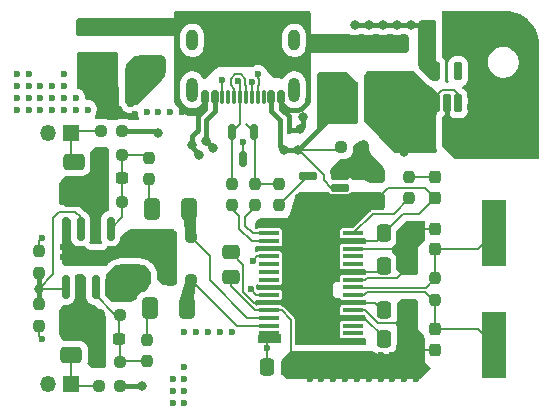
<source format=gtl>
%TF.GenerationSoftware,KiCad,Pcbnew,8.0.4*%
%TF.CreationDate,2024-10-06T13:03:40-05:00*%
%TF.ProjectId,BinauralMic,42696e61-7572-4616-9c4d-69632e6b6963,rev?*%
%TF.SameCoordinates,Original*%
%TF.FileFunction,Copper,L1,Top*%
%TF.FilePolarity,Positive*%
%FSLAX46Y46*%
G04 Gerber Fmt 4.6, Leading zero omitted, Abs format (unit mm)*
G04 Created by KiCad (PCBNEW 8.0.4) date 2024-10-06 13:03:40*
%MOMM*%
%LPD*%
G01*
G04 APERTURE LIST*
G04 Aperture macros list*
%AMRoundRect*
0 Rectangle with rounded corners*
0 $1 Rounding radius*
0 $2 $3 $4 $5 $6 $7 $8 $9 X,Y pos of 4 corners*
0 Add a 4 corners polygon primitive as box body*
4,1,4,$2,$3,$4,$5,$6,$7,$8,$9,$2,$3,0*
0 Add four circle primitives for the rounded corners*
1,1,$1+$1,$2,$3*
1,1,$1+$1,$4,$5*
1,1,$1+$1,$6,$7*
1,1,$1+$1,$8,$9*
0 Add four rect primitives between the rounded corners*
20,1,$1+$1,$2,$3,$4,$5,0*
20,1,$1+$1,$4,$5,$6,$7,0*
20,1,$1+$1,$6,$7,$8,$9,0*
20,1,$1+$1,$8,$9,$2,$3,0*%
G04 Aperture macros list end*
%TA.AperFunction,ComponentPad*%
%ADD10R,1.350000X1.350000*%
%TD*%
%TA.AperFunction,ComponentPad*%
%ADD11O,1.350000X1.350000*%
%TD*%
%TA.AperFunction,SMDPad,CuDef*%
%ADD12R,2.100000X5.600000*%
%TD*%
%TA.AperFunction,SMDPad,CuDef*%
%ADD13RoundRect,0.250000X-0.412500X-0.650000X0.412500X-0.650000X0.412500X0.650000X-0.412500X0.650000X0*%
%TD*%
%TA.AperFunction,SMDPad,CuDef*%
%ADD14RoundRect,0.250000X0.337500X0.475000X-0.337500X0.475000X-0.337500X-0.475000X0.337500X-0.475000X0*%
%TD*%
%TA.AperFunction,SMDPad,CuDef*%
%ADD15RoundRect,0.237500X-0.300000X-0.237500X0.300000X-0.237500X0.300000X0.237500X-0.300000X0.237500X0*%
%TD*%
%TA.AperFunction,SMDPad,CuDef*%
%ADD16RoundRect,0.237500X-0.237500X0.250000X-0.237500X-0.250000X0.237500X-0.250000X0.237500X0.250000X0*%
%TD*%
%TA.AperFunction,SMDPad,CuDef*%
%ADD17RoundRect,0.237500X-0.250000X-0.237500X0.250000X-0.237500X0.250000X0.237500X-0.250000X0.237500X0*%
%TD*%
%TA.AperFunction,SMDPad,CuDef*%
%ADD18RoundRect,0.237500X0.237500X-0.250000X0.237500X0.250000X-0.237500X0.250000X-0.237500X-0.250000X0*%
%TD*%
%TA.AperFunction,SMDPad,CuDef*%
%ADD19RoundRect,0.250000X1.100000X-0.412500X1.100000X0.412500X-1.100000X0.412500X-1.100000X-0.412500X0*%
%TD*%
%TA.AperFunction,SMDPad,CuDef*%
%ADD20RoundRect,0.162500X0.617500X0.162500X-0.617500X0.162500X-0.617500X-0.162500X0.617500X-0.162500X0*%
%TD*%
%TA.AperFunction,SMDPad,CuDef*%
%ADD21RoundRect,0.237500X0.250000X0.237500X-0.250000X0.237500X-0.250000X-0.237500X0.250000X-0.237500X0*%
%TD*%
%TA.AperFunction,SMDPad,CuDef*%
%ADD22RoundRect,0.150000X-0.150000X0.825000X-0.150000X-0.825000X0.150000X-0.825000X0.150000X0.825000X0*%
%TD*%
%TA.AperFunction,SMDPad,CuDef*%
%ADD23RoundRect,0.237500X-0.237500X0.300000X-0.237500X-0.300000X0.237500X-0.300000X0.237500X0.300000X0*%
%TD*%
%TA.AperFunction,SMDPad,CuDef*%
%ADD24RoundRect,0.150000X0.150000X0.750000X-0.150000X0.750000X-0.150000X-0.750000X0.150000X-0.750000X0*%
%TD*%
%TA.AperFunction,SMDPad,CuDef*%
%ADD25RoundRect,0.250000X0.650000X-0.412500X0.650000X0.412500X-0.650000X0.412500X-0.650000X-0.412500X0*%
%TD*%
%TA.AperFunction,SMDPad,CuDef*%
%ADD26RoundRect,0.250000X-0.475000X0.337500X-0.475000X-0.337500X0.475000X-0.337500X0.475000X0.337500X0*%
%TD*%
%TA.AperFunction,SMDPad,CuDef*%
%ADD27RoundRect,0.237500X-0.237500X0.287500X-0.237500X-0.287500X0.237500X-0.287500X0.237500X0.287500X0*%
%TD*%
%TA.AperFunction,SMDPad,CuDef*%
%ADD28RoundRect,0.250000X-0.650000X0.412500X-0.650000X-0.412500X0.650000X-0.412500X0.650000X0.412500X0*%
%TD*%
%TA.AperFunction,SMDPad,CuDef*%
%ADD29RoundRect,0.237500X0.237500X-0.300000X0.237500X0.300000X-0.237500X0.300000X-0.237500X-0.300000X0*%
%TD*%
%TA.AperFunction,SMDPad,CuDef*%
%ADD30RoundRect,0.162500X0.162500X-0.617500X0.162500X0.617500X-0.162500X0.617500X-0.162500X-0.617500X0*%
%TD*%
%TA.AperFunction,SMDPad,CuDef*%
%ADD31RoundRect,0.150000X-0.150000X-0.750000X0.150000X-0.750000X0.150000X0.750000X-0.150000X0.750000X0*%
%TD*%
%TA.AperFunction,SMDPad,CuDef*%
%ADD32RoundRect,0.050000X-0.150000X-0.300000X0.150000X-0.300000X0.150000X0.300000X-0.150000X0.300000X0*%
%TD*%
%TA.AperFunction,SMDPad,CuDef*%
%ADD33RoundRect,0.250000X-0.337500X-0.475000X0.337500X-0.475000X0.337500X0.475000X-0.337500X0.475000X0*%
%TD*%
%TA.AperFunction,SMDPad,CuDef*%
%ADD34RoundRect,0.050000X0.150000X0.300000X-0.150000X0.300000X-0.150000X-0.300000X0.150000X-0.300000X0*%
%TD*%
%TA.AperFunction,SMDPad,CuDef*%
%ADD35RoundRect,0.150000X0.150000X0.425000X-0.150000X0.425000X-0.150000X-0.425000X0.150000X-0.425000X0*%
%TD*%
%TA.AperFunction,SMDPad,CuDef*%
%ADD36RoundRect,0.075000X0.075000X0.500000X-0.075000X0.500000X-0.075000X-0.500000X0.075000X-0.500000X0*%
%TD*%
%TA.AperFunction,ComponentPad*%
%ADD37O,1.000000X2.100000*%
%TD*%
%TA.AperFunction,ComponentPad*%
%ADD38O,1.000000X1.800000*%
%TD*%
%TA.AperFunction,SMDPad,CuDef*%
%ADD39R,1.800000X0.450000*%
%TD*%
%TA.AperFunction,SMDPad,CuDef*%
%ADD40RoundRect,0.150000X-0.150000X0.512500X-0.150000X-0.512500X0.150000X-0.512500X0.150000X0.512500X0*%
%TD*%
%TA.AperFunction,ViaPad*%
%ADD41C,0.600000*%
%TD*%
%TA.AperFunction,ViaPad*%
%ADD42C,0.800000*%
%TD*%
%TA.AperFunction,Conductor*%
%ADD43C,0.200000*%
%TD*%
%TA.AperFunction,Conductor*%
%ADD44C,0.400000*%
%TD*%
G04 APERTURE END LIST*
D10*
%TO.P,J4,1,Pin_1*%
%TO.N,/VRAW_{L}*%
X126037500Y-61600000D03*
D11*
%TO.P,J4,2,Pin_2*%
%TO.N,/VCOM*%
X124037499Y-61600000D03*
%TD*%
D12*
%TO.P,Y1,1,1*%
%TO.N,/USB ADC/XTI*%
X161815981Y-70059545D03*
%TO.P,Y1,2,2*%
%TO.N,/USB ADC/XTO*%
X161815981Y-79559545D03*
%TD*%
D13*
%TO.P,C4,1*%
%TO.N,VCC*%
X156253481Y-52959545D03*
%TO.P,C4,2*%
%TO.N,GND*%
X159378481Y-52959545D03*
%TD*%
D14*
%TO.P,C19,1*%
%TO.N,GND*%
X144637500Y-81400000D03*
%TO.P,C19,2*%
%TO.N,/VCOM*%
X142562500Y-81400000D03*
%TD*%
D15*
%TO.P,C7,1*%
%TO.N,/Mic Preamp/VN_{L}*%
X128574999Y-65400000D03*
%TO.P,C7,2*%
%TO.N,/Mic Preamp/VOUT_{L}*%
X130300001Y-65400000D03*
%TD*%
D16*
%TO.P,R18,1*%
%TO.N,/USB ADC/~{SSPND}_R*%
X154600000Y-65287500D03*
%TO.P,R18,2*%
%TO.N,/USB ADC/~{SSPND}*%
X154600000Y-67112500D03*
%TD*%
D17*
%TO.P,R17,1*%
%TO.N,/VBUS*%
X148887500Y-62800000D03*
%TO.P,R17,2*%
%TO.N,GND*%
X150712500Y-62800000D03*
%TD*%
D18*
%TO.P,R14,1*%
%TO.N,/Mic Preamp/VOUT_{R}*%
X132437500Y-80912500D03*
%TO.P,R14,2*%
%TO.N,/Mic Preamp/VOUT_{R}_R*%
X132437500Y-79087500D03*
%TD*%
D16*
%TO.P,R20,1*%
%TO.N,/D-*%
X139600000Y-65887500D03*
%TO.P,R20,2*%
%TO.N,/USB ADC/D_R-*%
X139600000Y-67712500D03*
%TD*%
D19*
%TO.P,C6,1*%
%TO.N,+3.3VA*%
X128100000Y-55762502D03*
%TO.P,C6,2*%
%TO.N,GND*%
X128100000Y-52637502D03*
%TD*%
D16*
%TO.P,R7,1*%
%TO.N,/Mic Preamp/VOUT_{L}*%
X132637500Y-63687500D03*
%TO.P,R7,2*%
%TO.N,/Mic Preamp/VOUT_{L}_R*%
X132637500Y-65512500D03*
%TD*%
D17*
%TO.P,R11,1*%
%TO.N,/Mic Preamp/VN_{R}*%
X128325000Y-81000000D03*
%TO.P,R11,2*%
%TO.N,/Mic Preamp/VOUT_{R}*%
X130150000Y-81000000D03*
%TD*%
D20*
%TO.P,U3,1*%
%TO.N,VCC*%
X148750000Y-67150000D03*
%TO.P,U3,2*%
%TO.N,/VBUS*%
X148750000Y-66200000D03*
%TO.P,U3,3,GND*%
%TO.N,GND*%
X148750000Y-65250000D03*
%TO.P,U3,4*%
%TO.N,/USB ADC/D+_PUR*%
X146050000Y-65250000D03*
%TO.P,U3,5,VCC*%
%TO.N,VCC*%
X146050000Y-67150000D03*
%TD*%
D10*
%TO.P,J3,1,Pin_1*%
%TO.N,/VRAW_{R}*%
X126037500Y-82800000D03*
D11*
%TO.P,J3,2,Pin_2*%
%TO.N,/VCOM*%
X124037499Y-82800000D03*
%TD*%
D13*
%TO.P,C15,1*%
%TO.N,/Mic Preamp/VOUT_{R}_R*%
X132712500Y-76400000D03*
%TO.P,C15,2*%
%TO.N,/VIN_{R}*%
X135837500Y-76400000D03*
%TD*%
D16*
%TO.P,R19,1*%
%TO.N,/D+*%
X141600000Y-65887500D03*
%TO.P,R19,2*%
%TO.N,/USB ADC/D_R+*%
X141600000Y-67712500D03*
%TD*%
D19*
%TO.P,C1,1*%
%TO.N,/VBUS*%
X148200000Y-57162500D03*
%TO.P,C1,2*%
%TO.N,GND*%
X148200000Y-54037500D03*
%TD*%
D21*
%TO.P,R5,1*%
%TO.N,+5V*%
X130350000Y-61400000D03*
%TO.P,R5,2*%
%TO.N,/VRAW_{L}*%
X128525000Y-61400000D03*
%TD*%
D22*
%TO.P,U2,1*%
%TO.N,/Mic Preamp/VOUT_{L}*%
X129342500Y-69687498D03*
%TO.P,U2,2,-*%
%TO.N,/Mic Preamp/VN_{L}*%
X128072500Y-69687498D03*
%TO.P,U2,3,+*%
%TO.N,/VCOM*%
X126802500Y-69687498D03*
%TO.P,U2,4,V-*%
%TO.N,GND*%
X125532500Y-69687498D03*
%TO.P,U2,5,+*%
%TO.N,/VCOM*%
X125532500Y-74637498D03*
%TO.P,U2,6,-*%
%TO.N,/Mic Preamp/VN_{R}*%
X126802500Y-74637498D03*
%TO.P,U2,7*%
%TO.N,/Mic Preamp/VOUT_{R}*%
X128072500Y-74637498D03*
%TO.P,U2,8,V+*%
%TO.N,+3.3VA*%
X129342500Y-74637498D03*
%TD*%
D23*
%TO.P,C22,1*%
%TO.N,/USB ADC/XTO*%
X156815981Y-78197043D03*
%TO.P,C22,2*%
%TO.N,GND*%
X156815981Y-79922045D03*
%TD*%
D17*
%TO.P,R4,1*%
%TO.N,/Mic Preamp/VN_{L}*%
X128525000Y-63400000D03*
%TO.P,R4,2*%
%TO.N,/Mic Preamp/VOUT_{L}*%
X130350000Y-63400000D03*
%TD*%
D24*
%TO.P,L2,1,1*%
%TO.N,VCC*%
X131075000Y-58450003D03*
%TO.P,L2,2,2*%
%TO.N,+3.3VA*%
X129725000Y-58450003D03*
%TD*%
D25*
%TO.P,C11,1*%
%TO.N,+3.3VA*%
X131637500Y-73762500D03*
%TO.P,C11,2*%
%TO.N,GND*%
X131637500Y-70637500D03*
%TD*%
D21*
%TO.P,R12,1*%
%TO.N,+5V*%
X130150000Y-83000000D03*
%TO.P,R12,2*%
%TO.N,/VRAW_{R}*%
X128325000Y-83000000D03*
%TD*%
D18*
%TO.P,R16,1*%
%TO.N,/USB ADC/D+_PUR*%
X143600000Y-67712500D03*
%TO.P,R16,2*%
%TO.N,/D+*%
X143600000Y-65887500D03*
%TD*%
D26*
%TO.P,C16,1*%
%TO.N,GND*%
X151800000Y-65162500D03*
%TO.P,C16,2*%
%TO.N,VCC*%
X151800000Y-67237500D03*
%TD*%
D27*
%TO.P,D4,1,K*%
%TO.N,/USB ADC/~{SSPND}_R*%
X156800000Y-65325001D03*
%TO.P,D4,2,A*%
%TO.N,VCC*%
X156800000Y-67074999D03*
%TD*%
D19*
%TO.P,C5,1*%
%TO.N,VCC*%
X132600000Y-55762500D03*
%TO.P,C5,2*%
%TO.N,GND*%
X132600000Y-52637500D03*
%TD*%
D28*
%TO.P,C8,1*%
%TO.N,/VRAW_{L}*%
X126237500Y-64037500D03*
%TO.P,C8,2*%
%TO.N,/Mic Preamp/VN_{L}*%
X126237500Y-67162500D03*
%TD*%
D13*
%TO.P,C9,1*%
%TO.N,/Mic Preamp/VOUT_{L}_R*%
X132875000Y-68000000D03*
%TO.P,C9,2*%
%TO.N,/VIN_{L}*%
X136000000Y-68000000D03*
%TD*%
D25*
%TO.P,C14,1*%
%TO.N,/VRAW_{R}*%
X126037500Y-80362500D03*
%TO.P,C14,2*%
%TO.N,/Mic Preamp/VN_{R}*%
X126037500Y-77237500D03*
%TD*%
D29*
%TO.P,C21,1*%
%TO.N,/USB ADC/XTI*%
X156815982Y-71422047D03*
%TO.P,C21,2*%
%TO.N,GND*%
X156815982Y-69697045D03*
%TD*%
D30*
%TO.P,U1,1,VIN*%
%TO.N,+5V*%
X156865981Y-59059545D03*
%TO.P,U1,2,GND*%
%TO.N,GND*%
X157815981Y-59059545D03*
%TO.P,U1,3,EN*%
%TO.N,+5V*%
X158765981Y-59059545D03*
%TO.P,U1,4,NC*%
%TO.N,unconnected-(U1-NC-Pad4)*%
X158765981Y-56359545D03*
%TO.P,U1,5,VOUT*%
%TO.N,VCC*%
X156865981Y-56359545D03*
%TD*%
D17*
%TO.P,R13,1*%
%TO.N,/Mic Preamp/VN_{R}*%
X128325000Y-77000000D03*
%TO.P,R13,2*%
%TO.N,/Mic Preamp/VOUT_{R}*%
X130150000Y-77000000D03*
%TD*%
D21*
%TO.P,R8,1*%
%TO.N,/VIN_{L}*%
X136150000Y-70400000D03*
%TO.P,R8,2*%
%TO.N,GND*%
X134325000Y-70400000D03*
%TD*%
D19*
%TO.P,C2,1*%
%TO.N,+5V*%
X153200000Y-57162500D03*
%TO.P,C2,2*%
%TO.N,GND*%
X153200000Y-54037500D03*
%TD*%
D31*
%TO.P,L1,1,1*%
%TO.N,/VBUS*%
X149925000Y-59800000D03*
%TO.P,L1,2,2*%
%TO.N,+5V*%
X151275000Y-59800000D03*
%TD*%
D32*
%TO.P,D5,1,A1*%
%TO.N,GND*%
X136715983Y-61309546D03*
%TO.P,D5,2,A2*%
%TO.N,/VBUS*%
X137415981Y-61309546D03*
%TD*%
D15*
%TO.P,C13,1*%
%TO.N,/Mic Preamp/VN_{R}*%
X128374999Y-79000000D03*
%TO.P,C13,2*%
%TO.N,/Mic Preamp/VOUT_{R}*%
X130100001Y-79000000D03*
%TD*%
D33*
%TO.P,C24,1*%
%TO.N,VCC*%
X152455982Y-72809545D03*
%TO.P,C24,2*%
%TO.N,GND*%
X154530982Y-72809545D03*
%TD*%
%TO.P,C23,1*%
%TO.N,VCC*%
X152455983Y-79059546D03*
%TO.P,C23,2*%
%TO.N,GND*%
X154530983Y-79059546D03*
%TD*%
D13*
%TO.P,C3,1*%
%TO.N,+5V*%
X156253481Y-62209545D03*
%TO.P,C3,2*%
%TO.N,GND*%
X159378481Y-62209545D03*
%TD*%
D33*
%TO.P,C17,1*%
%TO.N,VCC*%
X152455982Y-70059546D03*
%TO.P,C17,2*%
%TO.N,GND*%
X154530982Y-70059546D03*
%TD*%
D21*
%TO.P,R15,1*%
%TO.N,/VIN_{R}*%
X136187500Y-74000000D03*
%TO.P,R15,2*%
%TO.N,GND*%
X134362500Y-74000000D03*
%TD*%
D16*
%TO.P,R10,1*%
%TO.N,/VCOM*%
X123250000Y-76087500D03*
%TO.P,R10,2*%
%TO.N,GND*%
X123250000Y-77912500D03*
%TD*%
D34*
%TO.P,D2,1,A1*%
%TO.N,GND*%
X144415980Y-61309546D03*
%TO.P,D2,2,A2*%
%TO.N,/VBUS*%
X143715982Y-61309546D03*
%TD*%
D35*
%TO.P,J2,A1,GND*%
%TO.N,GND*%
X143765981Y-58489546D03*
%TO.P,J2,A4,VBUS*%
%TO.N,/VBUS*%
X142965981Y-58489546D03*
D36*
%TO.P,J2,A5,CC1*%
%TO.N,/Connectors/CC1*%
X141815981Y-58489545D03*
%TO.P,J2,A6,D+*%
%TO.N,/D+*%
X140815981Y-58489546D03*
%TO.P,J2,A7,D-*%
%TO.N,/D-*%
X140315981Y-58489546D03*
%TO.P,J2,A8,SBU1*%
%TO.N,unconnected-(J2-SBU1-PadA8)*%
X139315981Y-58489545D03*
D35*
%TO.P,J2,A9,VBUS*%
%TO.N,/VBUS*%
X138165981Y-58489546D03*
%TO.P,J2,A12,GND*%
%TO.N,GND*%
X137365981Y-58489546D03*
%TO.P,J2,B1,GND*%
X137365981Y-58489546D03*
%TO.P,J2,B4,VBUS*%
%TO.N,/VBUS*%
X138165981Y-58489546D03*
D36*
%TO.P,J2,B5,CC2*%
%TO.N,/Connectors/CC2*%
X138815981Y-58489546D03*
%TO.P,J2,B6,D+*%
%TO.N,/D+*%
X139815981Y-58489546D03*
%TO.P,J2,B7,D-*%
%TO.N,/D-*%
X141315981Y-58489546D03*
%TO.P,J2,B8,SBU2*%
%TO.N,unconnected-(J2-SBU2-PadB8)*%
X142315981Y-58489546D03*
D35*
%TO.P,J2,B9,VBUS*%
%TO.N,/VBUS*%
X142965981Y-58489546D03*
%TO.P,J2,B12,GND*%
%TO.N,GND*%
X143765981Y-58489546D03*
D37*
%TO.P,J2,S1,SHIELD*%
%TO.N,unconnected-(J2-SHIELD-PadS1)_1*%
X144885981Y-57914546D03*
D38*
%TO.N,unconnected-(J2-SHIELD-PadS1)_2*%
X144885981Y-53734546D03*
D37*
%TO.N,unconnected-(J2-SHIELD-PadS1)*%
X136245981Y-57914546D03*
D38*
%TO.N,unconnected-(J2-SHIELD-PadS1)_3*%
X136245981Y-53734546D03*
%TD*%
D33*
%TO.P,C18,1*%
%TO.N,VCC*%
X152455980Y-76559546D03*
%TO.P,C18,2*%
%TO.N,GND*%
X154530980Y-76559546D03*
%TD*%
D17*
%TO.P,R6,1*%
%TO.N,/Mic Preamp/VN_{L}*%
X128525000Y-67400000D03*
%TO.P,R6,2*%
%TO.N,/Mic Preamp/VOUT_{L}*%
X130350000Y-67400000D03*
%TD*%
D39*
%TO.P,IC1,1,D+*%
%TO.N,/USB ADC/D_R+*%
X142765982Y-70084546D03*
%TO.P,IC1,2,D-*%
%TO.N,/USB ADC/D_R-*%
X142765982Y-70734546D03*
%TO.P,IC1,3,VBUS*%
%TO.N,VCC*%
X142765982Y-71384546D03*
%TO.P,IC1,4,DGNDU*%
%TO.N,GND*%
X142765982Y-72034546D03*
%TO.P,IC1,5,HID0*%
%TO.N,unconnected-(IC1-HID0-Pad5)*%
X142765981Y-72684546D03*
%TO.P,IC1,6,HID1*%
%TO.N,unconnected-(IC1-HID1-Pad6)*%
X142765982Y-73334546D03*
%TO.P,IC1,7,HID2*%
%TO.N,unconnected-(IC1-HID2-Pad7)*%
X142765982Y-73984546D03*
%TO.P,IC1,8,SEL0*%
%TO.N,VCC*%
X142765982Y-74634546D03*
%TO.P,IC1,9,SEL1*%
%TO.N,/VBUS*%
X142765982Y-75284546D03*
%TO.P,IC1,10,VCCC*%
%TO.N,VCC*%
X142765981Y-75934546D03*
%TO.P,IC1,11,AGNDC*%
%TO.N,GND*%
X142765982Y-76584546D03*
%TO.P,IC1,12,VINL*%
%TO.N,/VIN_{L}*%
X142765982Y-77234546D03*
%TO.P,IC1,13,VINR*%
%TO.N,/VIN_{R}*%
X142765982Y-77884546D03*
%TO.P,IC1,14,VCOM*%
%TO.N,/VCOM*%
X142765982Y-78534546D03*
%TO.P,IC1,15,VOUTR*%
%TO.N,unconnected-(IC1-VOUTR-Pad15)*%
X149865982Y-78534546D03*
%TO.P,IC1,16,VOUTL*%
%TO.N,unconnected-(IC1-VOUTL-Pad16)*%
X149865982Y-77884546D03*
%TO.P,IC1,17,VCCP1*%
%TO.N,VCC*%
X149865982Y-77234546D03*
%TO.P,IC1,18,AGNDP*%
%TO.N,GND*%
X149865982Y-76584546D03*
%TO.P,IC1,19,VCCP2*%
%TO.N,VCC*%
X149865983Y-75934546D03*
%TO.P,IC1,20,XTO*%
%TO.N,/USB ADC/XTO*%
X149865982Y-75284546D03*
%TO.P,IC1,21,XTI*%
%TO.N,/USB ADC/XTI*%
X149865982Y-74634546D03*
%TO.P,IC1,22,AGNDX*%
%TO.N,GND*%
X149865982Y-73984546D03*
%TO.P,IC1,23,VCCX*%
%TO.N,VCC*%
X149865982Y-73334546D03*
%TO.P,IC1,24,DIN*%
%TO.N,unconnected-(IC1-DIN-Pad24)*%
X149865983Y-72684546D03*
%TO.P,IC1,25,DOUT*%
%TO.N,/DOUT*%
X149865982Y-72034546D03*
%TO.P,IC1,26,DGND*%
%TO.N,GND*%
X149865982Y-71384546D03*
%TO.P,IC1,27,VDD*%
%TO.N,VCC*%
X149865982Y-70734546D03*
%TO.P,IC1,28,~{SSPND}*%
%TO.N,/USB ADC/~{SSPND}*%
X149865982Y-70084546D03*
%TD*%
D26*
%TO.P,C20,1*%
%TO.N,VCC*%
X139500000Y-71662500D03*
%TO.P,C20,2*%
%TO.N,GND*%
X139500000Y-73737500D03*
%TD*%
D40*
%TO.P,D3,1,K*%
%TO.N,/D+*%
X141515980Y-61462500D03*
%TO.P,D3,2,K*%
%TO.N,/D-*%
X139615982Y-61462500D03*
%TO.P,D3,3,A*%
%TO.N,GND*%
X140565981Y-63737500D03*
%TD*%
D16*
%TO.P,R21,1*%
%TO.N,/USB ADC/XTI*%
X156815981Y-73897045D03*
%TO.P,R21,2*%
%TO.N,/USB ADC/XTO*%
X156815981Y-75722045D03*
%TD*%
%TO.P,R9,1*%
%TO.N,+3.3VA*%
X123250000Y-71587500D03*
%TO.P,R9,2*%
%TO.N,/VCOM*%
X123250000Y-73412500D03*
%TD*%
D41*
%TO.N,GND*%
X143250000Y-54750000D03*
X140500000Y-54000000D03*
X141000000Y-53000000D03*
X137500000Y-54750000D03*
X143250000Y-53000000D03*
X142250000Y-53000000D03*
X140000000Y-53000000D03*
X138750000Y-53000000D03*
X137500000Y-53000000D03*
%TO.N,+3.3VA*%
X128500000Y-57100000D03*
X127200000Y-57100000D03*
X128500000Y-58400000D03*
X131400000Y-60000000D03*
X130400000Y-60000000D03*
X127800000Y-57700000D03*
X128400000Y-60000000D03*
X129900000Y-73300000D03*
X123500000Y-70500000D03*
X129400000Y-60000000D03*
X130400000Y-74000000D03*
%TO.N,GND*%
X161800000Y-59400000D03*
X154200000Y-71600000D03*
X149200000Y-64000000D03*
X139600000Y-78400000D03*
X124400000Y-58600000D03*
X149200000Y-82400000D03*
D42*
X145400000Y-61200000D03*
D41*
X161800000Y-62400000D03*
X151200000Y-81400000D03*
X158200000Y-54400000D03*
X137600000Y-78400000D03*
X160800000Y-62400000D03*
X133600000Y-72900000D03*
X152200000Y-81400000D03*
X150200000Y-81400000D03*
X150400000Y-64600000D03*
X124400000Y-59600000D03*
X151200000Y-82400000D03*
X141370013Y-72396168D03*
X160800000Y-60400000D03*
X164800000Y-63400000D03*
X125400000Y-57600000D03*
X157800000Y-53800000D03*
X158200000Y-51600000D03*
X126400000Y-59600000D03*
X162800000Y-63400000D03*
X123400000Y-57600000D03*
X157815981Y-60400000D03*
D42*
X136800000Y-63400000D03*
D41*
X122400000Y-59600000D03*
X154200000Y-80400000D03*
X148200000Y-82400000D03*
X122400000Y-57600000D03*
X150200000Y-80400000D03*
X157800000Y-53000000D03*
X163800000Y-59400000D03*
X124400000Y-57600000D03*
X147200000Y-81400000D03*
X136600000Y-78400000D03*
X134700000Y-71600000D03*
X152200000Y-82400000D03*
X155200000Y-81400000D03*
X160800000Y-59400000D03*
X157800000Y-62400000D03*
X138600000Y-78400000D03*
X146200000Y-81400000D03*
X162800000Y-58400000D03*
X164800000Y-60400000D03*
X127400000Y-59600000D03*
X155200000Y-80400000D03*
X133600000Y-71600000D03*
X132400000Y-59800000D03*
X159800000Y-63400000D03*
X135400000Y-59800000D03*
X134600000Y-83400000D03*
D42*
X145600000Y-60200000D03*
D41*
X121400000Y-58600000D03*
X162800000Y-61400000D03*
X125300000Y-71200000D03*
X148200000Y-80400000D03*
X150000000Y-63800000D03*
X157800000Y-52200000D03*
X157800000Y-61400000D03*
X121400000Y-56600000D03*
X135600000Y-83400000D03*
X153200000Y-81400000D03*
X159800000Y-58400000D03*
X134600000Y-82400000D03*
X162800000Y-62400000D03*
X150200000Y-82400000D03*
X164800000Y-59400000D03*
X155400000Y-69697045D03*
X146200000Y-82400000D03*
X121400000Y-59600000D03*
X154800000Y-71200000D03*
X135600000Y-78400000D03*
X148200000Y-81400000D03*
X160800000Y-58400000D03*
X126400000Y-58600000D03*
X123400000Y-59600000D03*
X161800000Y-60400000D03*
X160800000Y-61400000D03*
X125400000Y-56600000D03*
X151200000Y-64000000D03*
X133400000Y-59800000D03*
X147200000Y-80400000D03*
X149200000Y-81400000D03*
X134200000Y-72200000D03*
X153200000Y-82400000D03*
X134400000Y-59800000D03*
X164800000Y-62400000D03*
X125400000Y-58600000D03*
X125300000Y-72100000D03*
X163800000Y-58400000D03*
X161800000Y-61400000D03*
X135600000Y-82400000D03*
X121400000Y-57600000D03*
X122400000Y-58600000D03*
D42*
X136200000Y-62600000D03*
D41*
X123500000Y-79000000D03*
X122400000Y-56600000D03*
X164800000Y-61400000D03*
X151200000Y-80400000D03*
X164800000Y-58400000D03*
X135600000Y-81400000D03*
X152200000Y-80400000D03*
X134600000Y-84400000D03*
X155200000Y-82400000D03*
X135600000Y-84400000D03*
X161800000Y-63400000D03*
X123400000Y-58600000D03*
X158800000Y-63400000D03*
X163800000Y-60400000D03*
X146200000Y-80400000D03*
X154200000Y-81400000D03*
X125400000Y-59600000D03*
X134700000Y-72900000D03*
X160800000Y-63400000D03*
X162800000Y-59400000D03*
X140565981Y-62359545D03*
X147200000Y-82400000D03*
X154200000Y-82400000D03*
X149200000Y-80400000D03*
X163800000Y-61400000D03*
X163800000Y-62400000D03*
X162800000Y-60400000D03*
X159800000Y-59400000D03*
X161800000Y-58400000D03*
X163800000Y-63400000D03*
X153200000Y-80400000D03*
D42*
%TO.N,VCC*%
X153600000Y-52400000D03*
D41*
X132600000Y-57600000D03*
X133200000Y-57000000D03*
X150200000Y-68200000D03*
D42*
X151200000Y-52400000D03*
D41*
X145400000Y-68200000D03*
D42*
X150000000Y-52400000D03*
D41*
X132000000Y-58200000D03*
X149000000Y-68200000D03*
X147200000Y-68800000D03*
X146000000Y-68800000D03*
D42*
X152400000Y-52400000D03*
D41*
X148400000Y-68800000D03*
X147800000Y-68200000D03*
X132000000Y-57000000D03*
D42*
X154800000Y-52400000D03*
D41*
X146600000Y-68200000D03*
X149600000Y-68800000D03*
%TO.N,/VCOM*%
X142562500Y-79812500D03*
D42*
X123250000Y-74750000D03*
%TO.N,/VBUS*%
X144065981Y-63059545D03*
D41*
X141200000Y-74800000D03*
D42*
X145200000Y-63059546D03*
X137415982Y-62215982D03*
X138017025Y-62817025D03*
%TO.N,+5V*%
X154200000Y-63200000D03*
X132000000Y-83000000D03*
X154200000Y-62200000D03*
X133400000Y-61600000D03*
D41*
%TO.N,/D-*%
X140116128Y-57216128D03*
X141350000Y-57250000D03*
%TO.N,/Connectors/CC1*%
X141849757Y-56625303D03*
%TO.N,/Connectors/CC2*%
X138815982Y-57059547D03*
%TD*%
D43*
%TO.N,/D-*%
X139600000Y-61550525D02*
X139600000Y-65887500D01*
X140315982Y-60834543D02*
X139600000Y-61550525D01*
X140315982Y-57415982D02*
X140315982Y-60834543D01*
X140116128Y-57216128D02*
X140315982Y-57415982D01*
%TO.N,/Connectors/CC1*%
X141815981Y-57632548D02*
X141815981Y-58489545D01*
X141950000Y-57498529D02*
X141815981Y-57632548D01*
X141950000Y-57001471D02*
X141950000Y-57498529D01*
X141849757Y-56901228D02*
X141950000Y-57001471D01*
X141849757Y-56625303D02*
X141849757Y-56901228D01*
%TO.N,/D-*%
X141315982Y-57684018D02*
X141315982Y-58489546D01*
X141350000Y-57250000D02*
X141350000Y-57650000D01*
X141350000Y-57650000D02*
X141315982Y-57684018D01*
%TO.N,/D+*%
X139815981Y-57815981D02*
X139815981Y-58489546D01*
X139516128Y-57516128D02*
X139815981Y-57815981D01*
X139516128Y-56967599D02*
X139516128Y-57516128D01*
X139867599Y-56616128D02*
X139516128Y-56967599D01*
X140364657Y-56616128D02*
X139867599Y-56616128D01*
X140750000Y-57532548D02*
X140750000Y-57001471D01*
X140815981Y-57598529D02*
X140750000Y-57532548D01*
X140815981Y-58489546D02*
X140815981Y-57598529D01*
X140750000Y-57001471D02*
X140364657Y-56616128D01*
%TO.N,+3.3VA*%
X123250000Y-70750000D02*
X123500000Y-70500000D01*
X123250000Y-71587500D02*
X123250000Y-70750000D01*
%TO.N,GND*%
X155393482Y-79922045D02*
X154530983Y-79059546D01*
X149865980Y-71384546D02*
X153000000Y-71384546D01*
X153800264Y-77400264D02*
X154530982Y-76669545D01*
X139500000Y-74514215D02*
X139500000Y-73737500D01*
X153205982Y-71384546D02*
X154530982Y-70059546D01*
X142765982Y-72034546D02*
X141731635Y-72034546D01*
X153700264Y-77500264D02*
X153700264Y-77888828D01*
D44*
X137365982Y-58489546D02*
X137365982Y-59509546D01*
D43*
X153000000Y-71384546D02*
X153205982Y-71384546D01*
D44*
X157815981Y-60400000D02*
X157815981Y-60647045D01*
D43*
X154530983Y-78719546D02*
X153705718Y-77894282D01*
X123250000Y-78750000D02*
X123500000Y-79000000D01*
X142765982Y-76584546D02*
X143840982Y-76584546D01*
X153800264Y-77400264D02*
X153700264Y-77500264D01*
X154893483Y-69697045D02*
X154530982Y-70059546D01*
D44*
X145290454Y-61309546D02*
X145400000Y-61200000D01*
D43*
X144637500Y-77381064D02*
X144637500Y-81400000D01*
X153505982Y-77694545D02*
X153800264Y-77400264D01*
X142765982Y-76584546D02*
X141570331Y-76584546D01*
X153205982Y-71405982D02*
X154530982Y-72730982D01*
X153700264Y-77888828D02*
X153705718Y-77894282D01*
X156815982Y-69697045D02*
X155600000Y-69697045D01*
X155400000Y-69697045D02*
X154893483Y-69697045D01*
X151065982Y-73834545D02*
X150915981Y-73984546D01*
D44*
X136200000Y-62600000D02*
X136200000Y-61825529D01*
X136200000Y-62800000D02*
X136800000Y-63400000D01*
D43*
X155600000Y-69697045D02*
X155400000Y-69697045D01*
X141570331Y-76584546D02*
X139500000Y-74514215D01*
D44*
X144415982Y-61309546D02*
X144415982Y-60159547D01*
D43*
X150915981Y-73984546D02*
X149865983Y-73984546D01*
X153205982Y-71384546D02*
X153205982Y-71405982D01*
X123250000Y-77912500D02*
X123250000Y-78750000D01*
D44*
X136200000Y-62600000D02*
X136200000Y-62800000D01*
D43*
X150856667Y-76584545D02*
X151966667Y-77694545D01*
X149865982Y-76584546D02*
X150856667Y-76584545D01*
D44*
X136715981Y-60159545D02*
X136715981Y-61309546D01*
D43*
X156815981Y-79922045D02*
X155600000Y-79922045D01*
X153615983Y-73834545D02*
X151065982Y-73834545D01*
X155600000Y-79922045D02*
X155393482Y-79922045D01*
D44*
X157815981Y-59059545D02*
X157815981Y-60400000D01*
D43*
X153000000Y-71384546D02*
X153105983Y-71384546D01*
D44*
X157815981Y-60647045D02*
X159378481Y-62209545D01*
D43*
X151966667Y-77694545D02*
X153505982Y-77694545D01*
X153705718Y-77894282D02*
X153505982Y-77694545D01*
X154530983Y-79059546D02*
X154530983Y-78719546D01*
D44*
X137365982Y-59509546D02*
X136715981Y-60159545D01*
X144415982Y-60159547D02*
X143765982Y-59509547D01*
X144415980Y-61309546D02*
X145290454Y-61309546D01*
D43*
X141731635Y-72034546D02*
X141370013Y-72396168D01*
X143840982Y-76584546D02*
X144637500Y-77381064D01*
X154530984Y-72919544D02*
X153615983Y-73834545D01*
X140565981Y-62359545D02*
X140565981Y-63737500D01*
X154530982Y-72730982D02*
X154530982Y-72809545D01*
D44*
X136200000Y-61825529D02*
X136715983Y-61309546D01*
X143765982Y-59509547D02*
X143765981Y-58489544D01*
X145400000Y-61200000D02*
X145600000Y-61000000D01*
X145600000Y-61000000D02*
X145600000Y-60200000D01*
D43*
%TO.N,VCC*%
X152455982Y-72809546D02*
X151930983Y-73334544D01*
X150800528Y-77234546D02*
X149865983Y-77234546D01*
X152455983Y-79189544D02*
X152455983Y-78890001D01*
X152455984Y-76669547D02*
X151720984Y-75934547D01*
X156800000Y-67074999D02*
X155925001Y-66200000D01*
X140600000Y-72762500D02*
X139500000Y-71662500D01*
D44*
X150000000Y-52400000D02*
X151200000Y-52400000D01*
D43*
X151720984Y-75934547D02*
X149865984Y-75934546D01*
D44*
X151200000Y-52400000D02*
X152400000Y-52400000D01*
D43*
X155474999Y-68400000D02*
X154115528Y-68400000D01*
X151890982Y-70734545D02*
X149865983Y-70734546D01*
X151930983Y-73334544D02*
X149865981Y-73334545D01*
D44*
X155693936Y-52400000D02*
X156253481Y-52959545D01*
D43*
X152837500Y-66200000D02*
X151800000Y-67237500D01*
D44*
X154800000Y-52400000D02*
X155693936Y-52400000D01*
X153600000Y-52400000D02*
X152400000Y-52400000D01*
D43*
X140600000Y-75048529D02*
X140600000Y-72762500D01*
D44*
X153600000Y-52400000D02*
X154800000Y-52400000D01*
D43*
X154115528Y-68400000D02*
X152455982Y-70059546D01*
X152455983Y-78890001D02*
X150800528Y-77234546D01*
X155925001Y-66200000D02*
X152837500Y-66200000D01*
X152455982Y-70169545D02*
X151890982Y-70734545D01*
X141486017Y-75934546D02*
X140600000Y-75048529D01*
X156800000Y-67074999D02*
X155474999Y-68400000D01*
X142765981Y-75934546D02*
X141486017Y-75934546D01*
D44*
%TO.N,/VCOM*%
X123250000Y-76087500D02*
X123250000Y-74750000D01*
D43*
X125532500Y-74637498D02*
X125419998Y-74750000D01*
X126340001Y-68250000D02*
X125000000Y-68250000D01*
X142562500Y-79812500D02*
X142562500Y-81400000D01*
X124500000Y-73500000D02*
X123250000Y-74750000D01*
X126802500Y-68712499D02*
X126340001Y-68250000D01*
X142562500Y-78738028D02*
X142765982Y-78534546D01*
X125000000Y-68250000D02*
X124500000Y-68750000D01*
X126802500Y-69687498D02*
X126802500Y-68712499D01*
D44*
X123250000Y-73412500D02*
X123250000Y-74750000D01*
D43*
X124500000Y-68750000D02*
X124500000Y-73500000D01*
X125419998Y-74750000D02*
X123250000Y-74750000D01*
X142562500Y-79812500D02*
X142562500Y-78738028D01*
%TO.N,/USB ADC/XTI*%
X156053479Y-74659547D02*
X149890980Y-74659547D01*
X149890980Y-74659547D02*
X149865979Y-74634546D01*
X156815982Y-71422046D02*
X160453479Y-71422046D01*
X160453479Y-71422046D02*
X161815982Y-70059546D01*
X156815981Y-73897045D02*
X156053479Y-74659547D01*
X156815981Y-73897045D02*
X156815982Y-71422046D01*
%TO.N,/USB ADC/XTO*%
X156815981Y-75722046D02*
X156815981Y-78197044D01*
X155970986Y-75059547D02*
X151065982Y-75059547D01*
X156815981Y-78197044D02*
X160453480Y-78197044D01*
X160453480Y-78197044D02*
X161815981Y-79559546D01*
X150840982Y-75284547D02*
X149865983Y-75284546D01*
X156743483Y-75832044D02*
X155970986Y-75059547D01*
X151065982Y-75059547D02*
X150840982Y-75284547D01*
D44*
%TO.N,/VBUS*%
X137415982Y-62159547D02*
X137415981Y-61309546D01*
X145200000Y-63059546D02*
X145200001Y-63059546D01*
X137415982Y-62215982D02*
X137415982Y-62159547D01*
D43*
X148750000Y-66200000D02*
X148000000Y-66200000D01*
X145298122Y-63059546D02*
X145200000Y-63059546D01*
D44*
X147000000Y-58362500D02*
X148200000Y-57162500D01*
X148459547Y-59800000D02*
X149925000Y-59800000D01*
D43*
X147400000Y-65600000D02*
X147400000Y-65161424D01*
D44*
X137415981Y-60459546D02*
X138165981Y-59709545D01*
D43*
X147400000Y-65161424D02*
X145298122Y-63059546D01*
D44*
X143715981Y-60459544D02*
X142965981Y-59709545D01*
X144815981Y-63059546D02*
X145200000Y-63059546D01*
X145200000Y-63059546D02*
X147000000Y-61259546D01*
X138165981Y-59709545D02*
X138165981Y-58489545D01*
X145200001Y-63059546D02*
X148459547Y-59800000D01*
X138017025Y-62817025D02*
X137415982Y-62215982D01*
D43*
X141200000Y-74800000D02*
X141684546Y-75284546D01*
D44*
X144065981Y-63059545D02*
X143715980Y-62709544D01*
D43*
X141684546Y-75284546D02*
X142765982Y-75284546D01*
X148000000Y-66200000D02*
X147400000Y-65600000D01*
D44*
X142965981Y-59709545D02*
X142965982Y-58489546D01*
X147000000Y-61259546D02*
X147000000Y-58362500D01*
X144065981Y-63059545D02*
X144065982Y-63059546D01*
X144815981Y-63059546D02*
X145065981Y-63059545D01*
D43*
X148627954Y-63059546D02*
X145200000Y-63059546D01*
X148887500Y-62800000D02*
X148627954Y-63059546D01*
D44*
X144065982Y-63059546D02*
X144815981Y-63059546D01*
X137415981Y-61309546D02*
X137415981Y-60459546D01*
X143715980Y-61309546D02*
X143715981Y-60459544D01*
X143715980Y-62709544D02*
X143715980Y-61309546D01*
D43*
%TO.N,+5V*%
X158765982Y-59059546D02*
X158765981Y-58279546D01*
X156865981Y-58409546D02*
X156865982Y-59059547D01*
X157365981Y-57909546D02*
X156865981Y-58409546D01*
X158765981Y-58279546D02*
X158395981Y-57909546D01*
D44*
X133400000Y-61600000D02*
X133200000Y-61400000D01*
D43*
X158395981Y-57909546D02*
X157365981Y-57909546D01*
D44*
X132000000Y-83000000D02*
X130150000Y-83000000D01*
X133200000Y-61400000D02*
X130350000Y-61400000D01*
D43*
%TO.N,/Mic Preamp/VOUT_{L}*%
X130300001Y-65400000D02*
X130300001Y-67350001D01*
X130350000Y-63400000D02*
X132350000Y-63400000D01*
X130350000Y-63400000D02*
X130350000Y-65350001D01*
X130350000Y-67400000D02*
X130350000Y-68679998D01*
X132350000Y-63400000D02*
X132637500Y-63687500D01*
X130300001Y-67350001D02*
X130350000Y-67400000D01*
X130350000Y-65350001D02*
X130300001Y-65400000D01*
X130350000Y-68679998D02*
X129342500Y-69687498D01*
%TO.N,/VRAW_{L}*%
X128525000Y-61400000D02*
X126237500Y-61400000D01*
X126037500Y-61600000D02*
X126037500Y-63837500D01*
X126237500Y-61400000D02*
X126037500Y-61600000D01*
X126037500Y-63837500D02*
X126237500Y-64037500D01*
%TO.N,/Mic Preamp/VOUT_{L}_R*%
X132637500Y-67762500D02*
X132875000Y-68000000D01*
X132637500Y-65512500D02*
X132637500Y-67762500D01*
%TO.N,/VIN_{L}*%
X137750000Y-74050000D02*
X140934546Y-77234546D01*
X140934546Y-77234546D02*
X142765982Y-77234546D01*
X137750000Y-72000000D02*
X137750000Y-74050000D01*
X136000000Y-68000000D02*
X136000000Y-70250000D01*
X136150000Y-70400000D02*
X137750000Y-72000000D01*
X136000000Y-70250000D02*
X136150000Y-70400000D01*
%TO.N,/Mic Preamp/VOUT_{R}*%
X130100001Y-77049999D02*
X130150000Y-77000000D01*
X130100001Y-79000000D02*
X130100001Y-79399999D01*
X132437500Y-80912500D02*
X130237500Y-80912500D01*
X129750000Y-77000000D02*
X128072500Y-75322500D01*
X130100001Y-79399999D02*
X130150000Y-79449998D01*
X130237500Y-80912500D02*
X130150000Y-81000000D01*
X128072500Y-75322500D02*
X128072500Y-74637498D01*
X130100001Y-79000000D02*
X130100001Y-77049999D01*
X130150000Y-79449998D02*
X130150000Y-81000000D01*
X130150000Y-77000000D02*
X129750000Y-77000000D01*
%TO.N,/VRAW_{R}*%
X126237500Y-83000000D02*
X126037500Y-82800000D01*
X128325000Y-83000000D02*
X126237500Y-83000000D01*
X126037500Y-82800000D02*
X126037500Y-80362500D01*
%TO.N,/Mic Preamp/VOUT_{R}_R*%
X132437500Y-76675000D02*
X132712500Y-76400000D01*
X132437500Y-79087500D02*
X132437500Y-76675000D01*
%TO.N,/VIN_{R}*%
X140072046Y-77884546D02*
X142765982Y-77884546D01*
X135837500Y-76400000D02*
X135837500Y-74350000D01*
X136187500Y-74000000D02*
X140072046Y-77884546D01*
X135837500Y-74350000D02*
X136187500Y-74000000D01*
%TO.N,/USB ADC/~{SSPND}_R*%
X156800000Y-65325001D02*
X154637501Y-65325001D01*
X154637501Y-65325001D02*
X154600000Y-65287500D01*
%TO.N,/D+*%
X143600000Y-65887500D02*
X141600000Y-65887500D01*
X141565982Y-61584546D02*
X140815981Y-60834545D01*
X141600000Y-65887500D02*
X141565982Y-65853482D01*
X141565982Y-65853482D02*
X141565982Y-61584546D01*
%TO.N,/USB ADC/D_R+*%
X142765983Y-70084548D02*
X141408483Y-70084546D01*
X141408483Y-70084546D02*
X140743483Y-69419546D01*
X140743482Y-68654544D02*
X141565981Y-67832046D01*
X140743483Y-69419546D02*
X140743482Y-68654544D01*
%TO.N,/USB ADC/D_R-*%
X141308483Y-70734545D02*
X140243484Y-69669546D01*
X140243482Y-68582046D02*
X139493483Y-67832048D01*
X140243484Y-69669546D02*
X140243482Y-68582046D01*
X142765983Y-70734546D02*
X141308483Y-70734545D01*
%TO.N,/USB ADC/~{SSPND}*%
X151550528Y-68400000D02*
X149865982Y-70084546D01*
X154600000Y-67112500D02*
X153312500Y-68400000D01*
X153312500Y-68400000D02*
X151550528Y-68400000D01*
%TO.N,/Connectors/CC2*%
X138815982Y-58489546D02*
X138815982Y-57059547D01*
%TO.N,/USB ADC/D+_PUR*%
X146050000Y-65250000D02*
X143600000Y-67700000D01*
X143600000Y-67700000D02*
X143600000Y-67712500D01*
%TD*%
%TA.AperFunction,Conductor*%
%TO.N,GND*%
G36*
X150870550Y-62202381D02*
G01*
X150965048Y-62221177D01*
X151009738Y-62239688D01*
X151079494Y-62286298D01*
X151113701Y-62320505D01*
X151160309Y-62390258D01*
X151178823Y-62434957D01*
X151197617Y-62529440D01*
X151200000Y-62553631D01*
X151200000Y-62799996D01*
X151218554Y-62988394D01*
X151273509Y-63169556D01*
X151362743Y-63336500D01*
X151362747Y-63336507D01*
X151482847Y-63482848D01*
X152302797Y-64302797D01*
X152310969Y-64311813D01*
X152423722Y-64449202D01*
X152437227Y-64469414D01*
X152518121Y-64620756D01*
X152527424Y-64643214D01*
X152577240Y-64807437D01*
X152581982Y-64831278D01*
X152599403Y-65008152D01*
X152600000Y-65020306D01*
X152600000Y-65446368D01*
X152597617Y-65470559D01*
X152578823Y-65565042D01*
X152560308Y-65609742D01*
X152514477Y-65678332D01*
X152473383Y-65716824D01*
X152468784Y-65719479D01*
X152462340Y-65724424D01*
X152462124Y-65724143D01*
X152454484Y-65730411D01*
X152409740Y-65760308D01*
X152365041Y-65778823D01*
X152294665Y-65792821D01*
X152270558Y-65797617D01*
X152246368Y-65800000D01*
X151353632Y-65800000D01*
X151329441Y-65797617D01*
X151234957Y-65778823D01*
X151190257Y-65760308D01*
X151100000Y-65700000D01*
X150989235Y-65625989D01*
X150989234Y-65625988D01*
X150989233Y-65625988D01*
X150989232Y-65625987D01*
X150858583Y-65600000D01*
X150858579Y-65600000D01*
X149918986Y-65600000D01*
X149851947Y-65580315D01*
X149831304Y-65563680D01*
X149779392Y-65511767D01*
X149779391Y-65511766D01*
X149641602Y-65428469D01*
X149582842Y-65410159D01*
X149487887Y-65380570D01*
X149487885Y-65380569D01*
X149487883Y-65380569D01*
X149441117Y-65376319D01*
X149421091Y-65374500D01*
X149421088Y-65374500D01*
X148124500Y-65374500D01*
X148057461Y-65354815D01*
X148011706Y-65302011D01*
X148000500Y-65250500D01*
X148000500Y-65082369D01*
X148000500Y-65082367D01*
X147959577Y-64929640D01*
X147910968Y-64845447D01*
X147894496Y-64777548D01*
X147917349Y-64711521D01*
X147919962Y-64707985D01*
X148007191Y-64594306D01*
X148017872Y-64582127D01*
X148788183Y-63811816D01*
X148849504Y-63778333D01*
X148875857Y-63775499D01*
X149186676Y-63775499D01*
X149287753Y-63765174D01*
X149451516Y-63710908D01*
X149598350Y-63620340D01*
X149720340Y-63498350D01*
X149810908Y-63351516D01*
X149865174Y-63187753D01*
X149875500Y-63086677D01*
X149875499Y-62775859D01*
X149895183Y-62708822D01*
X149911809Y-62688190D01*
X150182127Y-62417872D01*
X150194306Y-62407191D01*
X150324918Y-62306969D01*
X150352950Y-62290786D01*
X150497466Y-62230926D01*
X150528733Y-62222548D01*
X150691941Y-62201061D01*
X150708126Y-62200000D01*
X150846368Y-62200000D01*
X150870550Y-62202381D01*
G37*
%TD.AperFunction*%
%TD*%
%TA.AperFunction,Conductor*%
%TO.N,+3.3VA*%
G36*
X129943039Y-54769685D02*
G01*
X129988794Y-54822489D01*
X130000000Y-54874000D01*
X130000000Y-59200000D01*
X129999999Y-59200000D01*
X130285419Y-59414064D01*
X130317504Y-59454739D01*
X130319285Y-59453687D01*
X130406916Y-59601864D01*
X130406923Y-59601873D01*
X130523129Y-59718079D01*
X130523133Y-59718082D01*
X130523135Y-59718084D01*
X130664602Y-59801747D01*
X130700168Y-59812080D01*
X130822426Y-59847600D01*
X130822429Y-59847600D01*
X130822431Y-59847601D01*
X130859306Y-59850503D01*
X130859314Y-59850503D01*
X131290686Y-59850503D01*
X131290694Y-59850503D01*
X131327569Y-59847601D01*
X131449831Y-59812080D01*
X131519701Y-59812279D01*
X131578371Y-59850221D01*
X131607215Y-59913859D01*
X131607647Y-59917271D01*
X131614631Y-59979251D01*
X131614631Y-59979254D01*
X131674211Y-60149523D01*
X131773889Y-60308158D01*
X131771750Y-60309501D01*
X131793743Y-60363385D01*
X131780980Y-60432079D01*
X131733105Y-60482969D01*
X131670386Y-60500000D01*
X130964897Y-60500000D01*
X130921218Y-60490315D01*
X130920871Y-60491364D01*
X130914017Y-60489093D01*
X130914016Y-60489092D01*
X130750253Y-60434826D01*
X130750251Y-60434825D01*
X130649178Y-60424500D01*
X130050830Y-60424500D01*
X130050812Y-60424501D01*
X129949747Y-60434825D01*
X129854754Y-60466303D01*
X129785984Y-60489092D01*
X129785981Y-60489093D01*
X129779130Y-60491364D01*
X129778782Y-60490315D01*
X129735103Y-60500000D01*
X129139897Y-60500000D01*
X129096218Y-60490315D01*
X129095871Y-60491364D01*
X129089017Y-60489093D01*
X129089016Y-60489092D01*
X128925253Y-60434826D01*
X128925251Y-60434825D01*
X128824178Y-60424500D01*
X128225830Y-60424500D01*
X128225812Y-60424501D01*
X128136601Y-60433615D01*
X128067908Y-60420845D01*
X128017024Y-60372964D01*
X128000000Y-60310257D01*
X128000000Y-60183039D01*
X128019685Y-60116000D01*
X128027055Y-60105724D01*
X128029810Y-60102267D01*
X128029816Y-60102262D01*
X128125789Y-59949522D01*
X128185368Y-59779255D01*
X128192260Y-59718085D01*
X128205565Y-59600003D01*
X128205565Y-59599996D01*
X128185369Y-59420750D01*
X128185368Y-59420745D01*
X128125788Y-59250476D01*
X128029815Y-59097737D01*
X127902262Y-58970184D01*
X127749523Y-58874211D01*
X127579254Y-58814631D01*
X127579249Y-58814630D01*
X127400004Y-58794435D01*
X127400003Y-58794435D01*
X127400001Y-58794435D01*
X127400000Y-58794435D01*
X127379445Y-58796750D01*
X127364461Y-58798439D01*
X127295640Y-58786383D01*
X127262899Y-58762899D01*
X127237100Y-58737100D01*
X127203615Y-58675777D01*
X127201561Y-58635534D01*
X127205565Y-58600001D01*
X127205565Y-58599996D01*
X127185369Y-58420750D01*
X127185368Y-58420745D01*
X127125788Y-58250476D01*
X127086582Y-58188080D01*
X127029816Y-58097738D01*
X126902262Y-57970184D01*
X126869379Y-57949522D01*
X126749521Y-57874210D01*
X126653049Y-57840453D01*
X126583044Y-57815958D01*
X126526270Y-57775237D01*
X126500522Y-57710285D01*
X126500000Y-57698917D01*
X126500000Y-54874000D01*
X126519685Y-54806961D01*
X126572489Y-54761206D01*
X126624000Y-54750000D01*
X129876000Y-54750000D01*
X129943039Y-54769685D01*
G37*
%TD.AperFunction*%
%TD*%
%TA.AperFunction,Conductor*%
%TO.N,GND*%
G36*
X155275724Y-75679732D02*
G01*
X155296366Y-75696366D01*
X155363681Y-75763681D01*
X155397166Y-75825004D01*
X155400000Y-75851362D01*
X155400000Y-78200000D01*
X155831765Y-78631765D01*
X155861790Y-78680441D01*
X155905073Y-78811059D01*
X155981539Y-78935030D01*
X156000000Y-79000126D01*
X156000000Y-81000000D01*
X156412319Y-81412319D01*
X156445804Y-81473642D01*
X156440820Y-81543334D01*
X156412319Y-81587681D01*
X155636319Y-82363681D01*
X155574996Y-82397166D01*
X155548638Y-82400000D01*
X144251362Y-82400000D01*
X144184323Y-82380315D01*
X144163681Y-82363681D01*
X143836319Y-82036319D01*
X143802834Y-81974996D01*
X143800000Y-81948638D01*
X143800000Y-80851362D01*
X143819685Y-80784323D01*
X143836319Y-80763681D01*
X144563681Y-80036319D01*
X144625004Y-80002834D01*
X144651362Y-80000000D01*
X151471207Y-80000000D01*
X151538246Y-80019685D01*
X151558888Y-80036319D01*
X151649827Y-80127258D01*
X151799149Y-80219360D01*
X151965686Y-80274545D01*
X152068474Y-80285046D01*
X152843491Y-80285045D01*
X152843499Y-80285044D01*
X152843502Y-80285044D01*
X152899785Y-80279294D01*
X152946280Y-80274545D01*
X153112817Y-80219360D01*
X153262139Y-80127258D01*
X153386195Y-80003202D01*
X153478297Y-79853880D01*
X153533482Y-79687343D01*
X153543983Y-79584555D01*
X153543982Y-79507377D01*
X153563666Y-79440341D01*
X153580294Y-79419705D01*
X153600000Y-79400000D01*
X153600000Y-76051362D01*
X153619685Y-75984323D01*
X153636319Y-75963681D01*
X153903634Y-75696366D01*
X153964957Y-75662881D01*
X153991315Y-75660047D01*
X155208685Y-75660047D01*
X155275724Y-75679732D01*
G37*
%TD.AperFunction*%
%TD*%
%TA.AperFunction,Conductor*%
%TO.N,/Mic Preamp/VN_{R}*%
G36*
X126831282Y-73501061D02*
G01*
X126917497Y-73512411D01*
X126948762Y-73520788D01*
X127021527Y-73550928D01*
X127049561Y-73567114D01*
X127112048Y-73615063D01*
X127134936Y-73637951D01*
X127182885Y-73700438D01*
X127199071Y-73728473D01*
X127229210Y-73801236D01*
X127237588Y-73832502D01*
X127248939Y-73918716D01*
X127250000Y-73934902D01*
X127250000Y-74792886D01*
X127250001Y-74792903D01*
X127267036Y-74922302D01*
X127267775Y-74925057D01*
X127272000Y-74957150D01*
X127272000Y-75528199D01*
X127274901Y-75565065D01*
X127274902Y-75565071D01*
X127320754Y-75722891D01*
X127320755Y-75722894D01*
X127404417Y-75864360D01*
X127404423Y-75864368D01*
X127520629Y-75980574D01*
X127520633Y-75980577D01*
X127520635Y-75980579D01*
X127662102Y-76064242D01*
X127703724Y-76076334D01*
X127819926Y-76110095D01*
X127819929Y-76110095D01*
X127819931Y-76110096D01*
X127856806Y-76112998D01*
X127962401Y-76112998D01*
X128029440Y-76132683D01*
X128050082Y-76149317D01*
X128963681Y-77062916D01*
X128997166Y-77124239D01*
X129000000Y-77150597D01*
X129000000Y-81065097D01*
X128998939Y-81081283D01*
X128987588Y-81167497D01*
X128979210Y-81198763D01*
X128949071Y-81271526D01*
X128932885Y-81299561D01*
X128884936Y-81362048D01*
X128862048Y-81384936D01*
X128799561Y-81432885D01*
X128771526Y-81449071D01*
X128698763Y-81479210D01*
X128667497Y-81487588D01*
X128594079Y-81497254D01*
X128581281Y-81498939D01*
X128565097Y-81500000D01*
X127965233Y-81500000D01*
X127949048Y-81498939D01*
X127936024Y-81497224D01*
X127843882Y-81485093D01*
X127812616Y-81476715D01*
X127722191Y-81439260D01*
X127694157Y-81423075D01*
X127609996Y-81358496D01*
X127597801Y-81347801D01*
X127419432Y-81169432D01*
X127385947Y-81108109D01*
X127389406Y-81042751D01*
X127427499Y-80927797D01*
X127438000Y-80825009D01*
X127437999Y-79899992D01*
X127427499Y-79797203D01*
X127372314Y-79630666D01*
X127280212Y-79481344D01*
X127156156Y-79357288D01*
X127006834Y-79265186D01*
X126840297Y-79210001D01*
X126840295Y-79210000D01*
X126737516Y-79199500D01*
X125500862Y-79199500D01*
X125433823Y-79179815D01*
X125413181Y-79163181D01*
X125152198Y-78902198D01*
X125141503Y-78890003D01*
X125076924Y-78805842D01*
X125060739Y-78777808D01*
X125023284Y-78687383D01*
X125014906Y-78656116D01*
X125001061Y-78550952D01*
X125000000Y-78534767D01*
X125000000Y-76715232D01*
X125001061Y-76699047D01*
X125014906Y-76593883D01*
X125023284Y-76562616D01*
X125060739Y-76472191D01*
X125076924Y-76444157D01*
X125141503Y-76359996D01*
X125152190Y-76347809D01*
X125350683Y-76149317D01*
X125412006Y-76115832D01*
X125438364Y-76112998D01*
X125748186Y-76112998D01*
X125748194Y-76112998D01*
X125785069Y-76110096D01*
X125785071Y-76110095D01*
X125785073Y-76110095D01*
X125826691Y-76098003D01*
X125942898Y-76064242D01*
X126084365Y-75980579D01*
X126200581Y-75864363D01*
X126284244Y-75722896D01*
X126330098Y-75565067D01*
X126333000Y-75528192D01*
X126333000Y-73746804D01*
X126331947Y-73733424D01*
X126346311Y-73665047D01*
X126357178Y-73648225D01*
X126365066Y-73637945D01*
X126387947Y-73615066D01*
X126450438Y-73567114D01*
X126478469Y-73550930D01*
X126551239Y-73520788D01*
X126582500Y-73512411D01*
X126668718Y-73501061D01*
X126684903Y-73500000D01*
X126815097Y-73500000D01*
X126831282Y-73501061D01*
G37*
%TD.AperFunction*%
%TD*%
%TA.AperFunction,Conductor*%
%TO.N,GND*%
G36*
X125945039Y-68870185D02*
G01*
X125990794Y-68922989D01*
X126002000Y-68974500D01*
X126002000Y-70578199D01*
X126004901Y-70615065D01*
X126004902Y-70615071D01*
X126050754Y-70772891D01*
X126050755Y-70772894D01*
X126134417Y-70914360D01*
X126134423Y-70914368D01*
X126250629Y-71030574D01*
X126250633Y-71030577D01*
X126250635Y-71030579D01*
X126392102Y-71114242D01*
X126433724Y-71126334D01*
X126549926Y-71160095D01*
X126549929Y-71160095D01*
X126549931Y-71160096D01*
X126586806Y-71162998D01*
X126586814Y-71162998D01*
X127018186Y-71162998D01*
X127018194Y-71162998D01*
X127055069Y-71160096D01*
X127081588Y-71152391D01*
X127151456Y-71152588D01*
X127210127Y-71190528D01*
X127215448Y-71197149D01*
X127236242Y-71224926D01*
X127236246Y-71224930D01*
X127236251Y-71224936D01*
X127283232Y-71271917D01*
X127283253Y-71271937D01*
X127343558Y-71323445D01*
X127365754Y-71339571D01*
X127374946Y-71346250D01*
X127442585Y-71387700D01*
X127512128Y-71423134D01*
X127585416Y-71453490D01*
X127585418Y-71453490D01*
X127585419Y-71453491D01*
X127622312Y-71465478D01*
X127699434Y-71483993D01*
X127699436Y-71483993D01*
X127699439Y-71483994D01*
X127760290Y-71493631D01*
X127760290Y-71493632D01*
X127786275Y-71497748D01*
X127825688Y-71502414D01*
X127845085Y-71503941D01*
X127856419Y-71504386D01*
X127884747Y-71505500D01*
X127884757Y-71505500D01*
X128507669Y-71505500D01*
X128507670Y-71505500D01*
X128605931Y-71495858D01*
X128653220Y-71486487D01*
X128747737Y-71457927D01*
X128871581Y-71384686D01*
X128926047Y-71340923D01*
X129024240Y-71235759D01*
X129024243Y-71235754D01*
X129026461Y-71231339D01*
X129074142Y-71180268D01*
X129137267Y-71162998D01*
X129558186Y-71162998D01*
X129558194Y-71162998D01*
X129595069Y-71160096D01*
X129595071Y-71160095D01*
X129595073Y-71160095D01*
X129636691Y-71148003D01*
X129752898Y-71114242D01*
X129894365Y-71030579D01*
X130010581Y-70914363D01*
X130094244Y-70772896D01*
X130140098Y-70615067D01*
X130143000Y-70578192D01*
X130143000Y-70508362D01*
X130162685Y-70441323D01*
X130179319Y-70420681D01*
X130387868Y-70212132D01*
X130602807Y-69997192D01*
X130611802Y-69989039D01*
X130749208Y-69876272D01*
X130769408Y-69862775D01*
X130920762Y-69781875D01*
X130943207Y-69772577D01*
X131107445Y-69722757D01*
X131131269Y-69718018D01*
X131308153Y-69700597D01*
X131320307Y-69700000D01*
X134479742Y-69700000D01*
X134495927Y-69701061D01*
X134604230Y-69715319D01*
X134635497Y-69723697D01*
X134694302Y-69748054D01*
X134728853Y-69762366D01*
X134756881Y-69778548D01*
X134837050Y-69840063D01*
X134859938Y-69862951D01*
X134921449Y-69943114D01*
X134937634Y-69971148D01*
X134976302Y-70064502D01*
X134984680Y-70095768D01*
X134995623Y-70178885D01*
X134997756Y-70195090D01*
X134998939Y-70204071D01*
X135000000Y-70220257D01*
X135000000Y-74146368D01*
X134997617Y-74170559D01*
X134978823Y-74265042D01*
X134960309Y-74309741D01*
X134913704Y-74379491D01*
X134879491Y-74413704D01*
X134809741Y-74460309D01*
X134765042Y-74478823D01*
X134670559Y-74497617D01*
X134646368Y-74500000D01*
X134220307Y-74500000D01*
X134208153Y-74499403D01*
X134031278Y-74481982D01*
X134007437Y-74477240D01*
X133843214Y-74427424D01*
X133820756Y-74418121D01*
X133669414Y-74337227D01*
X133649202Y-74323722D01*
X133511813Y-74210969D01*
X133502797Y-74202797D01*
X133341819Y-74041819D01*
X133308334Y-73980496D01*
X133305500Y-73954138D01*
X133305500Y-73720322D01*
X133305245Y-73709929D01*
X133304891Y-73695506D01*
X133304294Y-73683352D01*
X133302469Y-73658603D01*
X133285048Y-73481729D01*
X133277770Y-73432665D01*
X133273028Y-73408824D01*
X133260974Y-73360699D01*
X133211158Y-73196476D01*
X133194441Y-73149757D01*
X133185138Y-73127299D01*
X133163932Y-73082465D01*
X133132756Y-73024138D01*
X133083041Y-72931128D01*
X133083036Y-72931120D01*
X133057544Y-72888588D01*
X133057537Y-72888577D01*
X133044032Y-72868365D01*
X133014478Y-72828515D01*
X132991076Y-72800000D01*
X132901721Y-72691121D01*
X132885526Y-72672346D01*
X132882097Y-72668564D01*
X132877340Y-72663315D01*
X132860239Y-72645355D01*
X132854644Y-72639760D01*
X132836684Y-72622659D01*
X132832309Y-72618694D01*
X132827652Y-72614472D01*
X132808877Y-72598277D01*
X132671492Y-72485527D01*
X132671476Y-72485515D01*
X132631645Y-72455975D01*
X132631642Y-72455973D01*
X132631634Y-72455967D01*
X132611422Y-72442462D01*
X132611411Y-72442455D01*
X132611406Y-72442452D01*
X132611402Y-72442449D01*
X132568909Y-72416979D01*
X132568866Y-72416955D01*
X132417557Y-72336079D01*
X132417545Y-72336072D01*
X132407069Y-72331117D01*
X132372706Y-72314864D01*
X132372699Y-72314861D01*
X132350260Y-72305565D01*
X132303523Y-72288841D01*
X132139291Y-72239022D01*
X132115138Y-72232972D01*
X132091160Y-72226967D01*
X132067332Y-72222228D01*
X132067327Y-72222227D01*
X132067330Y-72222227D01*
X132018281Y-72214952D01*
X132018261Y-72214950D01*
X131841386Y-72197530D01*
X131816659Y-72195706D01*
X131804500Y-72195109D01*
X131797259Y-72194931D01*
X131779693Y-72194500D01*
X130220307Y-72194500D01*
X130203443Y-72194914D01*
X130195499Y-72195109D01*
X130183340Y-72195706D01*
X130158613Y-72197530D01*
X129981736Y-72214950D01*
X129981716Y-72214952D01*
X129932662Y-72222228D01*
X129916560Y-72225431D01*
X129908825Y-72226970D01*
X129892703Y-72231008D01*
X129860715Y-72239021D01*
X129696472Y-72288842D01*
X129649754Y-72305558D01*
X129649717Y-72305573D01*
X129627316Y-72314853D01*
X129627292Y-72314863D01*
X129582482Y-72336058D01*
X129582477Y-72336060D01*
X129582472Y-72336063D01*
X129431118Y-72416963D01*
X129431110Y-72416967D01*
X129431104Y-72416971D01*
X129388572Y-72442463D01*
X129375228Y-72451379D01*
X129368370Y-72455962D01*
X129368361Y-72455967D01*
X129368343Y-72455981D01*
X129328520Y-72485516D01*
X129191081Y-72598311D01*
X129172346Y-72614473D01*
X129163318Y-72622656D01*
X129145351Y-72639763D01*
X129021434Y-72763681D01*
X128960111Y-72797166D01*
X128933753Y-72800000D01*
X125553632Y-72800000D01*
X125529441Y-72797617D01*
X125434957Y-72778823D01*
X125390259Y-72760309D01*
X125320505Y-72713701D01*
X125286298Y-72679494D01*
X125239688Y-72609738D01*
X125221177Y-72565048D01*
X125202381Y-72470550D01*
X125200000Y-72446368D01*
X125200000Y-69208125D01*
X125201061Y-69191940D01*
X125214906Y-69086776D01*
X125223284Y-69055508D01*
X125260740Y-68965081D01*
X125276926Y-68937047D01*
X125287714Y-68922989D01*
X125306111Y-68899012D01*
X125362539Y-68857810D01*
X125404486Y-68850500D01*
X125878000Y-68850500D01*
X125945039Y-68870185D01*
G37*
%TD.AperFunction*%
%TD*%
%TA.AperFunction,Conductor*%
%TO.N,VCC*%
G36*
X133670550Y-55002381D02*
G01*
X133765048Y-55021177D01*
X133809738Y-55039688D01*
X133879494Y-55086298D01*
X133913701Y-55120505D01*
X133950967Y-55176277D01*
X133960309Y-55190258D01*
X133978823Y-55234957D01*
X133997617Y-55329440D01*
X134000000Y-55353631D01*
X134000000Y-56379693D01*
X133999403Y-56391847D01*
X133981982Y-56568721D01*
X133977240Y-56592562D01*
X133927424Y-56756785D01*
X133918121Y-56779243D01*
X133837227Y-56930585D01*
X133823722Y-56950797D01*
X133710969Y-57088186D01*
X133702797Y-57097202D01*
X131626974Y-59173025D01*
X131565651Y-59206510D01*
X131525410Y-59208564D01*
X131400004Y-59194435D01*
X131399996Y-59194435D01*
X131220750Y-59214630D01*
X131220737Y-59214633D01*
X131050481Y-59274209D01*
X131050472Y-59274213D01*
X130976786Y-59320513D01*
X130909549Y-59339513D01*
X130842714Y-59319145D01*
X130823134Y-59303200D01*
X130820594Y-59300660D01*
X130801544Y-59276100D01*
X130754391Y-59196368D01*
X130713509Y-59137274D01*
X130710523Y-59134483D01*
X130697843Y-59120693D01*
X130696766Y-59119328D01*
X130682305Y-59100995D01*
X130654860Y-59074211D01*
X130637393Y-59057164D01*
X130603164Y-58996254D01*
X130600000Y-58968422D01*
X130600000Y-56220306D01*
X130600597Y-56208152D01*
X130618018Y-56031269D01*
X130622757Y-56007445D01*
X130672577Y-55843207D01*
X130681875Y-55820762D01*
X130762775Y-55669408D01*
X130776272Y-55649208D01*
X130889039Y-55511802D01*
X130897192Y-55502807D01*
X131102807Y-55297192D01*
X131111802Y-55289039D01*
X131249208Y-55176272D01*
X131269408Y-55162775D01*
X131420762Y-55081875D01*
X131443207Y-55072577D01*
X131607445Y-55022757D01*
X131631269Y-55018018D01*
X131808153Y-55000597D01*
X131820307Y-55000000D01*
X133646368Y-55000000D01*
X133670550Y-55002381D01*
G37*
%TD.AperFunction*%
%TD*%
%TA.AperFunction,Conductor*%
%TO.N,GND*%
G36*
X155943039Y-69019685D02*
G01*
X155988794Y-69072489D01*
X156000000Y-69124000D01*
X156000000Y-70548638D01*
X155980315Y-70615677D01*
X155963681Y-70636319D01*
X155400000Y-71199999D01*
X155400000Y-73348638D01*
X155380315Y-73415677D01*
X155363681Y-73436319D01*
X155236319Y-73563681D01*
X155174996Y-73597166D01*
X155148638Y-73600000D01*
X154051362Y-73600000D01*
X153984323Y-73580315D01*
X153963681Y-73563681D01*
X153580300Y-73180300D01*
X153546815Y-73118977D01*
X153543981Y-73092626D01*
X153543981Y-72284537D01*
X153533481Y-72181748D01*
X153478296Y-72015211D01*
X153386194Y-71865889D01*
X153262138Y-71741833D01*
X153262137Y-71741832D01*
X153258902Y-71739837D01*
X153257149Y-71737888D01*
X153256471Y-71737352D01*
X153256562Y-71737236D01*
X153212178Y-71687889D01*
X153200000Y-71634299D01*
X153200000Y-71234792D01*
X153219685Y-71167753D01*
X153258905Y-71129252D01*
X153262138Y-71127258D01*
X153386194Y-71003202D01*
X153478296Y-70853880D01*
X153533481Y-70687343D01*
X153543982Y-70584555D01*
X153543981Y-69872141D01*
X153563665Y-69805103D01*
X153580295Y-69784466D01*
X154327944Y-69036819D01*
X154389267Y-69003334D01*
X154415625Y-69000500D01*
X155388330Y-69000500D01*
X155388346Y-69000501D01*
X155395942Y-69000501D01*
X155558346Y-69000501D01*
X155565988Y-69000000D01*
X155876000Y-69000000D01*
X155943039Y-69019685D01*
G37*
%TD.AperFunction*%
%TD*%
%TA.AperFunction,Conductor*%
%TO.N,/VIN_{L}*%
G36*
X135573918Y-68428986D02*
G01*
X136496387Y-68582731D01*
X136559277Y-68613168D01*
X136595728Y-68672776D01*
X136600000Y-68705043D01*
X136600000Y-69938000D01*
X136580315Y-70005039D01*
X136550400Y-70037200D01*
X135960509Y-70479618D01*
X135895067Y-70504094D01*
X135826780Y-70489304D01*
X135777330Y-70439943D01*
X135764109Y-70402600D01*
X135455462Y-68705043D01*
X135431542Y-68573481D01*
X135438917Y-68504002D01*
X135482684Y-68449540D01*
X135548948Y-68427385D01*
X135573918Y-68428986D01*
G37*
%TD.AperFunction*%
%TD*%
%TA.AperFunction,Conductor*%
%TO.N,/Mic Preamp/VN_{L}*%
G36*
X128831282Y-62751061D02*
G01*
X128917497Y-62762411D01*
X128948762Y-62770788D01*
X129021527Y-62800928D01*
X129049561Y-62817114D01*
X129112048Y-62865063D01*
X129134936Y-62887951D01*
X129182885Y-62950438D01*
X129199071Y-62978473D01*
X129229210Y-63051236D01*
X129237588Y-63082502D01*
X129248939Y-63168716D01*
X129250000Y-63184902D01*
X129250000Y-68087998D01*
X129230315Y-68155037D01*
X129177511Y-68200792D01*
X129129210Y-68211299D01*
X129129227Y-68211736D01*
X129129233Y-68211807D01*
X129129230Y-68211807D01*
X129129234Y-68211903D01*
X129126798Y-68211998D01*
X129089932Y-68214899D01*
X129089926Y-68214900D01*
X128932106Y-68260752D01*
X128932103Y-68260753D01*
X128790637Y-68344415D01*
X128790629Y-68344421D01*
X128674423Y-68460627D01*
X128674417Y-68460635D01*
X128590755Y-68602101D01*
X128590754Y-68602104D01*
X128544902Y-68759924D01*
X128544901Y-68759930D01*
X128542000Y-68796796D01*
X128542000Y-70578199D01*
X128544901Y-70615065D01*
X128544902Y-70615071D01*
X128590754Y-70772891D01*
X128590755Y-70772894D01*
X128614402Y-70812879D01*
X128631585Y-70880603D01*
X128609425Y-70946866D01*
X128554959Y-70990629D01*
X128507670Y-71000000D01*
X127884757Y-71000000D01*
X127865360Y-70998473D01*
X127839375Y-70994357D01*
X127778517Y-70984718D01*
X127741621Y-70972730D01*
X127672078Y-70937296D01*
X127640692Y-70914492D01*
X127593684Y-70867484D01*
X127560199Y-70806161D01*
X127562289Y-70745208D01*
X127600097Y-70615071D01*
X127600098Y-70615065D01*
X127602999Y-70578199D01*
X127603000Y-70578192D01*
X127603000Y-68796804D01*
X127600098Y-68759929D01*
X127599844Y-68759055D01*
X127554245Y-68602104D01*
X127554244Y-68602101D01*
X127554244Y-68602100D01*
X127470581Y-68460633D01*
X127470579Y-68460631D01*
X127470576Y-68460627D01*
X127354370Y-68344421D01*
X127354361Y-68344414D01*
X127212900Y-68260754D01*
X127211849Y-68260300D01*
X127209959Y-68259015D01*
X127206184Y-68256783D01*
X127206324Y-68256545D01*
X127173419Y-68234181D01*
X127166897Y-68227659D01*
X127166874Y-68227638D01*
X126827591Y-67888355D01*
X126827589Y-67888352D01*
X126708718Y-67769481D01*
X126708717Y-67769480D01*
X126621905Y-67719360D01*
X126621905Y-67719359D01*
X126621901Y-67719358D01*
X126571786Y-67690423D01*
X126419058Y-67649499D01*
X126260944Y-67649499D01*
X126253348Y-67649499D01*
X126253332Y-67649500D01*
X125124000Y-67649500D01*
X125056961Y-67629815D01*
X125011206Y-67577011D01*
X125000000Y-67525500D01*
X125000000Y-65965232D01*
X125001061Y-65949047D01*
X125014906Y-65843883D01*
X125023284Y-65812616D01*
X125060739Y-65722191D01*
X125076924Y-65694157D01*
X125141503Y-65609996D01*
X125152190Y-65597809D01*
X125513183Y-65236816D01*
X125574504Y-65203333D01*
X125600853Y-65200499D01*
X126937508Y-65200499D01*
X127040297Y-65189999D01*
X127206834Y-65134814D01*
X127356156Y-65042712D01*
X127480212Y-64918656D01*
X127572314Y-64769334D01*
X127627499Y-64602797D01*
X127638000Y-64500009D01*
X127637999Y-63574992D01*
X127627499Y-63472203D01*
X127572314Y-63305666D01*
X127572310Y-63305659D01*
X127569260Y-63299118D01*
X127571691Y-63297984D01*
X127556520Y-63242605D01*
X127577420Y-63175935D01*
X127592808Y-63157191D01*
X127847809Y-62902190D01*
X127859996Y-62891503D01*
X127944157Y-62826924D01*
X127972191Y-62810739D01*
X128062616Y-62773284D01*
X128093882Y-62764906D01*
X128199048Y-62751061D01*
X128215233Y-62750000D01*
X128815097Y-62750000D01*
X128831282Y-62751061D01*
G37*
%TD.AperFunction*%
%TD*%
%TA.AperFunction,Conductor*%
%TO.N,GND*%
G36*
X149606946Y-53210721D02*
G01*
X149720192Y-53261142D01*
X149720197Y-53261144D01*
X149905354Y-53300500D01*
X149905355Y-53300500D01*
X150094644Y-53300500D01*
X150094646Y-53300500D01*
X150279803Y-53261144D01*
X150337777Y-53235331D01*
X150393054Y-53210721D01*
X150443490Y-53200000D01*
X150756510Y-53200000D01*
X150806946Y-53210721D01*
X150920192Y-53261142D01*
X150920197Y-53261144D01*
X151105354Y-53300500D01*
X151105355Y-53300500D01*
X151294644Y-53300500D01*
X151294646Y-53300500D01*
X151479803Y-53261144D01*
X151537777Y-53235331D01*
X151593054Y-53210721D01*
X151643490Y-53200000D01*
X151956510Y-53200000D01*
X152006946Y-53210721D01*
X152120192Y-53261142D01*
X152120197Y-53261144D01*
X152305354Y-53300500D01*
X152305355Y-53300500D01*
X152494644Y-53300500D01*
X152494646Y-53300500D01*
X152679803Y-53261144D01*
X152737777Y-53235331D01*
X152793054Y-53210721D01*
X152843490Y-53200000D01*
X153156510Y-53200000D01*
X153206946Y-53210721D01*
X153320192Y-53261142D01*
X153320197Y-53261144D01*
X153505354Y-53300500D01*
X153505355Y-53300500D01*
X153694644Y-53300500D01*
X153694646Y-53300500D01*
X153879803Y-53261144D01*
X153937777Y-53235331D01*
X153993054Y-53210721D01*
X154043490Y-53200000D01*
X154246368Y-53200000D01*
X154270550Y-53202381D01*
X154365048Y-53221177D01*
X154409738Y-53239688D01*
X154479494Y-53286298D01*
X154513701Y-53320505D01*
X154560309Y-53390258D01*
X154578823Y-53434957D01*
X154597617Y-53529440D01*
X154600000Y-53553631D01*
X154600000Y-54446368D01*
X154597617Y-54470559D01*
X154578823Y-54565042D01*
X154560309Y-54609741D01*
X154513704Y-54679491D01*
X154479491Y-54713704D01*
X154409741Y-54760309D01*
X154365042Y-54778823D01*
X154270559Y-54797617D01*
X154246368Y-54800000D01*
X146300000Y-54800000D01*
X146300000Y-53200000D01*
X149556510Y-53200000D01*
X149606946Y-53210721D01*
G37*
%TD.AperFunction*%
%TD*%
%TA.AperFunction,Conductor*%
%TO.N,GND*%
G36*
X134700000Y-53400000D02*
G01*
X134200000Y-53400000D01*
X134199993Y-53400000D01*
X126753632Y-53400000D01*
X126729441Y-53397617D01*
X126634957Y-53378823D01*
X126590259Y-53360309D01*
X126520505Y-53313701D01*
X126486298Y-53279494D01*
X126439688Y-53209738D01*
X126421177Y-53165048D01*
X126402381Y-53070550D01*
X126400000Y-53046368D01*
X126400000Y-52153631D01*
X126402381Y-52129450D01*
X126421178Y-52034949D01*
X126439687Y-51990263D01*
X126486300Y-51920502D01*
X126520502Y-51886300D01*
X126590263Y-51839687D01*
X126634949Y-51821178D01*
X126729449Y-51802381D01*
X126753632Y-51800000D01*
X134329778Y-51800000D01*
X134700000Y-51800000D01*
X134700000Y-53400000D01*
G37*
%TD.AperFunction*%
%TD*%
%TA.AperFunction,Conductor*%
%TO.N,+5V*%
G36*
X154966921Y-56310606D02*
G01*
X154992030Y-56313911D01*
X155055923Y-56342175D01*
X155074380Y-56362166D01*
X155074648Y-56361961D01*
X155140456Y-56447723D01*
X155161453Y-56473308D01*
X155172159Y-56485516D01*
X155194752Y-56509637D01*
X156095390Y-57410275D01*
X156119511Y-57432868D01*
X156119526Y-57432881D01*
X156131721Y-57443576D01*
X156157297Y-57464566D01*
X156237898Y-57526413D01*
X156237905Y-57526418D01*
X156237916Y-57526426D01*
X156263708Y-57543659D01*
X156292868Y-57563143D01*
X156292874Y-57563146D01*
X156292881Y-57563151D01*
X156320900Y-57579328D01*
X156380208Y-57608577D01*
X156466500Y-57644321D01*
X156490980Y-57652630D01*
X156538804Y-57682369D01*
X156986676Y-58130241D01*
X157020161Y-58191564D01*
X157017381Y-58254811D01*
X156996551Y-58321659D01*
X156990481Y-58388456D01*
X156990481Y-59730643D01*
X156996549Y-59797427D01*
X156996551Y-59797432D01*
X157004120Y-59821724D01*
X157007315Y-59831975D01*
X157008465Y-59901836D01*
X156984945Y-59947331D01*
X156960412Y-59977350D01*
X156960411Y-59977352D01*
X156900644Y-60108220D01*
X156880956Y-60175268D01*
X156860480Y-60317687D01*
X156860480Y-61266034D01*
X156866934Y-61346538D01*
X156866938Y-61346567D01*
X156873229Y-61385555D01*
X156873232Y-61385570D01*
X156892429Y-61464024D01*
X156892430Y-61464025D01*
X156904451Y-61500302D01*
X156910102Y-61526697D01*
X156910337Y-61528996D01*
X156910980Y-61541605D01*
X156910980Y-62708691D01*
X156913877Y-62762741D01*
X156913880Y-62762768D01*
X156916709Y-62789077D01*
X156925366Y-62842493D01*
X156975650Y-62977309D01*
X156977483Y-62981321D01*
X156977195Y-62981452D01*
X156977196Y-62981453D01*
X156977185Y-62981456D01*
X156975957Y-62982017D01*
X156989304Y-63043397D01*
X156964882Y-63108859D01*
X156953302Y-63122222D01*
X156918174Y-63157350D01*
X156905979Y-63168045D01*
X156821823Y-63232620D01*
X156793789Y-63248805D01*
X156703364Y-63286260D01*
X156672098Y-63294638D01*
X156578272Y-63306991D01*
X156566932Y-63308484D01*
X156550748Y-63309545D01*
X153621077Y-63309545D01*
X153604499Y-63308432D01*
X153496831Y-63293907D01*
X153464860Y-63285121D01*
X153372623Y-63245875D01*
X153344122Y-63228930D01*
X153259000Y-63161424D01*
X153246703Y-63150251D01*
X150945227Y-60758734D01*
X150935009Y-60746662D01*
X150873310Y-60663536D01*
X150857873Y-60635989D01*
X150822170Y-60547399D01*
X150814191Y-60516839D01*
X150801010Y-60414180D01*
X150800000Y-60398389D01*
X150800000Y-56817672D01*
X150801061Y-56801487D01*
X150814906Y-56696323D01*
X150823284Y-56665055D01*
X150860740Y-56574628D01*
X150876923Y-56546597D01*
X150936513Y-56468939D01*
X150959392Y-56446060D01*
X151037050Y-56386470D01*
X151065079Y-56370287D01*
X151155509Y-56332830D01*
X151186775Y-56324453D01*
X151291941Y-56310608D01*
X151308126Y-56309547D01*
X154950750Y-56309547D01*
X154966921Y-56310606D01*
G37*
%TD.AperFunction*%
%TD*%
%TA.AperFunction,Conductor*%
%TO.N,/VBUS*%
G36*
X149200952Y-56401061D02*
G01*
X149306116Y-56414906D01*
X149337383Y-56423284D01*
X149427808Y-56460739D01*
X149455842Y-56476924D01*
X149540003Y-56541503D01*
X149552198Y-56552198D01*
X150247801Y-57247801D01*
X150258495Y-57259994D01*
X150268875Y-57273521D01*
X150294070Y-57338690D01*
X150294500Y-57349009D01*
X150294500Y-60398383D01*
X150295530Y-60430661D01*
X150296541Y-60446459D01*
X150299625Y-60478552D01*
X150312807Y-60581216D01*
X150316039Y-60597887D01*
X150309474Y-60667448D01*
X150266344Y-60722416D01*
X150263197Y-60724590D01*
X150209742Y-60760308D01*
X150165042Y-60778823D01*
X150070559Y-60797617D01*
X150046368Y-60800000D01*
X147153632Y-60800000D01*
X147129441Y-60797617D01*
X147034957Y-60778823D01*
X146990259Y-60760309D01*
X146920505Y-60713701D01*
X146886298Y-60679494D01*
X146839688Y-60609738D01*
X146821177Y-60565048D01*
X146802381Y-60470550D01*
X146800000Y-60446368D01*
X146800000Y-58922906D01*
X146800597Y-58910752D01*
X146802855Y-58887826D01*
X146802856Y-58887815D01*
X146803917Y-58871629D01*
X146805000Y-58838564D01*
X146805000Y-58304238D01*
X146805037Y-58301196D01*
X146805500Y-58282326D01*
X146805500Y-56725980D01*
X146807880Y-56701800D01*
X146821178Y-56634949D01*
X146839687Y-56590263D01*
X146886300Y-56520502D01*
X146920502Y-56486300D01*
X146990263Y-56439687D01*
X147034949Y-56421178D01*
X147129449Y-56402381D01*
X147153632Y-56400000D01*
X149184767Y-56400000D01*
X149200952Y-56401061D01*
G37*
%TD.AperFunction*%
%TD*%
%TA.AperFunction,Conductor*%
%TO.N,GND*%
G36*
X162819454Y-51260240D02*
G01*
X163122484Y-51277257D01*
X163136282Y-51278811D01*
X163432061Y-51329065D01*
X163445616Y-51332158D01*
X163625723Y-51384046D01*
X163733905Y-51415212D01*
X163747030Y-51419804D01*
X164024209Y-51534616D01*
X164036723Y-51540642D01*
X164279740Y-51674953D01*
X164299309Y-51685769D01*
X164311083Y-51693168D01*
X164555760Y-51866776D01*
X164566626Y-51875441D01*
X164695053Y-51990211D01*
X164790324Y-52075351D01*
X164800157Y-52085183D01*
X165000075Y-52308893D01*
X165008745Y-52319766D01*
X165182347Y-52564439D01*
X165189745Y-52576213D01*
X165334859Y-52838783D01*
X165340893Y-52851311D01*
X165455705Y-53128499D01*
X165460297Y-53141625D01*
X165543345Y-53429905D01*
X165546439Y-53443462D01*
X165596689Y-53739231D01*
X165598246Y-53753049D01*
X165615285Y-54056544D01*
X165615480Y-54063495D01*
X165615480Y-54113855D01*
X165615481Y-54113864D01*
X165615481Y-63676000D01*
X165595796Y-63743039D01*
X165542992Y-63788794D01*
X165491481Y-63800000D01*
X158507796Y-63800000D01*
X158440757Y-63780315D01*
X158420115Y-63763681D01*
X157452799Y-62796365D01*
X157419314Y-62735042D01*
X157416480Y-62708691D01*
X157416480Y-61509537D01*
X157405980Y-61406748D01*
X157372274Y-61305029D01*
X157365980Y-61266025D01*
X157365980Y-60317686D01*
X157385665Y-60250647D01*
X157425831Y-60211569D01*
X157440369Y-60202781D01*
X157554217Y-60088933D01*
X157637512Y-59951147D01*
X157685411Y-59797432D01*
X157691481Y-59730636D01*
X157691480Y-58634045D01*
X157711165Y-58567007D01*
X157763968Y-58521252D01*
X157815480Y-58510046D01*
X157816481Y-58510046D01*
X157883520Y-58529731D01*
X157929275Y-58582535D01*
X157940481Y-58634046D01*
X157940481Y-59730643D01*
X157946549Y-59797427D01*
X157946552Y-59797438D01*
X157994448Y-59951143D01*
X158077747Y-60088936D01*
X158191589Y-60202778D01*
X158191591Y-60202779D01*
X158191593Y-60202781D01*
X158329379Y-60286076D01*
X158483094Y-60333975D01*
X158549890Y-60340045D01*
X158982071Y-60340044D01*
X158982079Y-60340044D01*
X159048863Y-60333976D01*
X159048866Y-60333975D01*
X159048868Y-60333975D01*
X159202583Y-60286076D01*
X159340369Y-60202781D01*
X159454217Y-60088933D01*
X159537512Y-59951147D01*
X159585411Y-59797432D01*
X159591481Y-59730636D01*
X159591480Y-58388455D01*
X159591480Y-58388454D01*
X159591480Y-58388446D01*
X159585412Y-58321662D01*
X159585409Y-58321651D01*
X159537513Y-58167946D01*
X159537512Y-58167945D01*
X159537512Y-58167943D01*
X159454217Y-58030157D01*
X159454215Y-58030155D01*
X159454214Y-58030153D01*
X159340372Y-57916311D01*
X159202583Y-57833014D01*
X159186267Y-57827929D01*
X159128121Y-57789193D01*
X159100147Y-57725168D01*
X159111228Y-57656183D01*
X159157847Y-57604139D01*
X159186264Y-57591160D01*
X159202583Y-57586076D01*
X159340369Y-57502781D01*
X159454217Y-57388933D01*
X159537512Y-57251147D01*
X159585411Y-57097432D01*
X159591481Y-57030636D01*
X159591480Y-55688455D01*
X159591480Y-55688454D01*
X159591480Y-55688446D01*
X159585412Y-55621662D01*
X159585409Y-55621651D01*
X159546768Y-55497648D01*
X161299500Y-55497648D01*
X161299500Y-55702351D01*
X161331522Y-55904534D01*
X161394781Y-56099223D01*
X161487715Y-56281613D01*
X161608028Y-56447213D01*
X161752786Y-56591971D01*
X161907749Y-56704556D01*
X161918390Y-56712287D01*
X162034607Y-56771503D01*
X162100776Y-56805218D01*
X162100778Y-56805218D01*
X162100781Y-56805220D01*
X162205137Y-56839127D01*
X162295465Y-56868477D01*
X162396557Y-56884488D01*
X162497648Y-56900500D01*
X162497649Y-56900500D01*
X162702351Y-56900500D01*
X162702352Y-56900500D01*
X162904534Y-56868477D01*
X163099219Y-56805220D01*
X163281610Y-56712287D01*
X163374590Y-56644732D01*
X163447213Y-56591971D01*
X163447215Y-56591968D01*
X163447219Y-56591966D01*
X163591966Y-56447219D01*
X163591968Y-56447215D01*
X163591971Y-56447213D01*
X163644732Y-56374590D01*
X163712287Y-56281610D01*
X163805220Y-56099219D01*
X163868477Y-55904534D01*
X163900500Y-55702352D01*
X163900500Y-55497648D01*
X163868477Y-55295466D01*
X163805220Y-55100781D01*
X163805218Y-55100778D01*
X163805218Y-55100776D01*
X163771503Y-55034607D01*
X163712287Y-54918390D01*
X163704556Y-54907749D01*
X163591971Y-54752786D01*
X163447213Y-54608028D01*
X163281613Y-54487715D01*
X163281612Y-54487714D01*
X163281610Y-54487713D01*
X163224653Y-54458691D01*
X163099223Y-54394781D01*
X162904534Y-54331522D01*
X162729995Y-54303878D01*
X162702352Y-54299500D01*
X162497648Y-54299500D01*
X162473329Y-54303351D01*
X162295465Y-54331522D01*
X162100776Y-54394781D01*
X161918386Y-54487715D01*
X161752786Y-54608028D01*
X161608028Y-54752786D01*
X161487715Y-54918386D01*
X161394781Y-55100776D01*
X161331522Y-55295465D01*
X161299500Y-55497648D01*
X159546768Y-55497648D01*
X159537513Y-55467946D01*
X159537512Y-55467945D01*
X159537512Y-55467943D01*
X159454217Y-55330157D01*
X159454215Y-55330155D01*
X159454214Y-55330153D01*
X159340372Y-55216311D01*
X159325828Y-55207519D01*
X159202583Y-55133014D01*
X159048868Y-55085115D01*
X159048866Y-55085114D01*
X159048864Y-55085114D01*
X159002098Y-55080864D01*
X158982072Y-55079045D01*
X158982069Y-55079045D01*
X158549882Y-55079045D01*
X158483098Y-55085113D01*
X158483087Y-55085116D01*
X158329382Y-55133012D01*
X158191589Y-55216311D01*
X158077747Y-55330153D01*
X157994450Y-55467942D01*
X157946550Y-55621661D01*
X157940481Y-55688456D01*
X157940481Y-57030643D01*
X157946549Y-57097427D01*
X157946552Y-57097438D01*
X157962356Y-57148156D01*
X157963507Y-57218016D01*
X157926706Y-57277409D01*
X157863638Y-57307476D01*
X157843971Y-57309046D01*
X157787990Y-57309046D01*
X157720951Y-57289361D01*
X157675196Y-57236557D01*
X157665252Y-57167399D01*
X157669605Y-57148156D01*
X157670917Y-57143942D01*
X157685411Y-57097432D01*
X157691481Y-57030636D01*
X157691480Y-55688455D01*
X157691480Y-55688454D01*
X157691480Y-55688446D01*
X157685412Y-55621662D01*
X157685409Y-55621651D01*
X157637513Y-55467946D01*
X157637512Y-55467945D01*
X157637512Y-55467943D01*
X157554217Y-55330157D01*
X157554215Y-55330155D01*
X157554214Y-55330153D01*
X157440372Y-55216311D01*
X157440369Y-55216309D01*
X157425827Y-55207518D01*
X157378642Y-55155990D01*
X157365980Y-55101403D01*
X157365980Y-53903062D01*
X157372273Y-53864061D01*
X157405980Y-53762342D01*
X157416481Y-53659554D01*
X157416480Y-52259537D01*
X157405980Y-52156748D01*
X157372274Y-52055029D01*
X157365980Y-52016025D01*
X157365980Y-51384046D01*
X157385665Y-51317007D01*
X157438469Y-51271252D01*
X157489980Y-51260046D01*
X162776100Y-51260046D01*
X162812503Y-51260046D01*
X162819454Y-51260240D01*
G37*
%TD.AperFunction*%
%TD*%
%TA.AperFunction,Conductor*%
%TO.N,/VCOM*%
G36*
X143743039Y-78629730D02*
G01*
X143788794Y-78682534D01*
X143800000Y-78734045D01*
X143800000Y-79276000D01*
X143780315Y-79343039D01*
X143727511Y-79388794D01*
X143676000Y-79400000D01*
X141924000Y-79400000D01*
X141856961Y-79380315D01*
X141811206Y-79327511D01*
X141800000Y-79276000D01*
X141800000Y-78734045D01*
X141819685Y-78667006D01*
X141872489Y-78621251D01*
X141923995Y-78610045D01*
X143676000Y-78610045D01*
X143743039Y-78629730D01*
G37*
%TD.AperFunction*%
%TD*%
%TA.AperFunction,Conductor*%
%TO.N,GND*%
G36*
X146196694Y-51279731D02*
G01*
X146242449Y-51332535D01*
X146244216Y-51336594D01*
X146276715Y-51415055D01*
X146285093Y-51446321D01*
X146298939Y-51551485D01*
X146300000Y-51567671D01*
X146300000Y-55300000D01*
X146300000Y-55300006D01*
X146300000Y-58282339D01*
X146299500Y-58292517D01*
X146299500Y-58838564D01*
X146298439Y-58854750D01*
X146285093Y-58956117D01*
X146276715Y-58987383D01*
X146239260Y-59077808D01*
X146223075Y-59105842D01*
X146158496Y-59190003D01*
X146147801Y-59202198D01*
X145652198Y-59697801D01*
X145640003Y-59708496D01*
X145555842Y-59773075D01*
X145527808Y-59789260D01*
X145437383Y-59826715D01*
X145406117Y-59835093D01*
X145312291Y-59847446D01*
X145300951Y-59848939D01*
X145284767Y-59850000D01*
X144465233Y-59850000D01*
X144449048Y-59848939D01*
X144436024Y-59847224D01*
X144343882Y-59835093D01*
X144312616Y-59826715D01*
X144222191Y-59789260D01*
X144194157Y-59773075D01*
X144109996Y-59708496D01*
X144097801Y-59697801D01*
X143752198Y-59352198D01*
X143741503Y-59340003D01*
X143723959Y-59317139D01*
X143698765Y-59251970D01*
X143712804Y-59183525D01*
X143715605Y-59178529D01*
X143717724Y-59174945D01*
X143717725Y-59174944D01*
X143763579Y-59017115D01*
X143765991Y-58986470D01*
X143790872Y-58921184D01*
X143847102Y-58879712D01*
X143916828Y-58875223D01*
X143977911Y-58909144D01*
X143995830Y-58933484D01*
X143995964Y-58933395D01*
X143997926Y-58936331D01*
X143998963Y-58937740D01*
X143999346Y-58938456D01*
X144108841Y-59102327D01*
X144108844Y-59102331D01*
X144248195Y-59241682D01*
X144248199Y-59241685D01*
X144412060Y-59351174D01*
X144412073Y-59351181D01*
X144499474Y-59387383D01*
X144594146Y-59426597D01*
X144594150Y-59426597D01*
X144594151Y-59426598D01*
X144787437Y-59465046D01*
X144787440Y-59465046D01*
X144984524Y-59465046D01*
X145114563Y-59439178D01*
X145177816Y-59426597D01*
X145354393Y-59353457D01*
X145359888Y-59351181D01*
X145359888Y-59351180D01*
X145359895Y-59351178D01*
X145523763Y-59241685D01*
X145663120Y-59102328D01*
X145772613Y-58938460D01*
X145772906Y-58937754D01*
X145799959Y-58872440D01*
X145848032Y-58756381D01*
X145886481Y-58563087D01*
X145886481Y-57266005D01*
X145886481Y-57266002D01*
X145848033Y-57072716D01*
X145848032Y-57072715D01*
X145848032Y-57072711D01*
X145823996Y-57014683D01*
X145772616Y-56890638D01*
X145772609Y-56890625D01*
X145663120Y-56726764D01*
X145663117Y-56726760D01*
X145523766Y-56587409D01*
X145523762Y-56587406D01*
X145359901Y-56477917D01*
X145359888Y-56477910D01*
X145177820Y-56402496D01*
X145177810Y-56402493D01*
X144984524Y-56364046D01*
X144984522Y-56364046D01*
X144787440Y-56364046D01*
X144787438Y-56364046D01*
X144594151Y-56402493D01*
X144594141Y-56402496D01*
X144412073Y-56477910D01*
X144412060Y-56477917D01*
X144248199Y-56587406D01*
X144248195Y-56587409D01*
X144108844Y-56726760D01*
X144108841Y-56726764D01*
X143999352Y-56890625D01*
X143999349Y-56890632D01*
X143975436Y-56948362D01*
X143931594Y-57002765D01*
X143865300Y-57024829D01*
X143797601Y-57007549D01*
X143785646Y-56998262D01*
X143785091Y-56998987D01*
X143778642Y-56994038D01*
X143658819Y-56924859D01*
X143658818Y-56924858D01*
X143658817Y-56924858D01*
X143525164Y-56889046D01*
X143386798Y-56889046D01*
X143253145Y-56924858D01*
X143245635Y-56927969D01*
X143245015Y-56926472D01*
X143186312Y-56940712D01*
X143120285Y-56917859D01*
X143104534Y-56904534D01*
X142649258Y-56449258D01*
X142619898Y-56402533D01*
X142575546Y-56275781D01*
X142574539Y-56274179D01*
X142494282Y-56146451D01*
X142479573Y-56123041D01*
X142352019Y-55995487D01*
X142328954Y-55980994D01*
X142199280Y-55899514D01*
X142029011Y-55839934D01*
X142029006Y-55839933D01*
X141849761Y-55819738D01*
X141849753Y-55819738D01*
X141670507Y-55839933D01*
X141670502Y-55839934D01*
X141500234Y-55899514D01*
X141416355Y-55952218D01*
X141370559Y-55980994D01*
X141304589Y-56000000D01*
X138607114Y-56000000D01*
X138607107Y-56000000D01*
X138607101Y-56000000D01*
X138607097Y-56000001D01*
X138477698Y-56017036D01*
X138477693Y-56017038D01*
X138357111Y-56066984D01*
X138357106Y-56066987D01*
X138253554Y-56146445D01*
X138253547Y-56146451D01*
X137546448Y-56853551D01*
X137546444Y-56853556D01*
X137520617Y-56887213D01*
X137479163Y-56919028D01*
X137480183Y-56920794D01*
X137353319Y-56994038D01*
X137346871Y-56998987D01*
X137344780Y-56996263D01*
X137297239Y-57022119D01*
X137227556Y-57017016D01*
X137171693Y-56975050D01*
X137156525Y-56948360D01*
X137132616Y-56890638D01*
X137132609Y-56890625D01*
X137023120Y-56726764D01*
X137023117Y-56726760D01*
X136883766Y-56587409D01*
X136883762Y-56587406D01*
X136719901Y-56477917D01*
X136719888Y-56477910D01*
X136537820Y-56402496D01*
X136537810Y-56402493D01*
X136344524Y-56364046D01*
X136344522Y-56364046D01*
X136147440Y-56364046D01*
X136147438Y-56364046D01*
X135954151Y-56402493D01*
X135954141Y-56402496D01*
X135772073Y-56477910D01*
X135772060Y-56477917D01*
X135608199Y-56587406D01*
X135608195Y-56587409D01*
X135468844Y-56726760D01*
X135468841Y-56726764D01*
X135359352Y-56890625D01*
X135359345Y-56890638D01*
X135283931Y-57072706D01*
X135283928Y-57072716D01*
X135245481Y-57266002D01*
X135245481Y-57266005D01*
X135245481Y-58563087D01*
X135245481Y-58563089D01*
X135245480Y-58563089D01*
X135283928Y-58756375D01*
X135283931Y-58756385D01*
X135359345Y-58938453D01*
X135359352Y-58938466D01*
X135468841Y-59102327D01*
X135468844Y-59102331D01*
X135608195Y-59241682D01*
X135608199Y-59241685D01*
X135772060Y-59351174D01*
X135772073Y-59351181D01*
X135859474Y-59387383D01*
X135954146Y-59426597D01*
X135954150Y-59426597D01*
X135954151Y-59426598D01*
X136147437Y-59465046D01*
X136147440Y-59465046D01*
X136344524Y-59465046D01*
X136474563Y-59439178D01*
X136537816Y-59426597D01*
X136714393Y-59353457D01*
X136719888Y-59351181D01*
X136719888Y-59351180D01*
X136719895Y-59351178D01*
X136883763Y-59241685D01*
X137023120Y-59102328D01*
X137132613Y-58938460D01*
X137132616Y-58938453D01*
X137132991Y-58937754D01*
X137133286Y-58937453D01*
X137135998Y-58933395D01*
X137136767Y-58933909D01*
X137181949Y-58887906D01*
X137250086Y-58872440D01*
X137315767Y-58896267D01*
X137358140Y-58951822D01*
X137365971Y-58986470D01*
X137368382Y-59017113D01*
X137368383Y-59017115D01*
X137395076Y-59108993D01*
X137400000Y-59143586D01*
X137400000Y-59234767D01*
X137398939Y-59250953D01*
X137385093Y-59356117D01*
X137376715Y-59387383D01*
X137339260Y-59477808D01*
X137323075Y-59505842D01*
X137258496Y-59590003D01*
X137247801Y-59602198D01*
X136902198Y-59947801D01*
X136890003Y-59958496D01*
X136805842Y-60023075D01*
X136777808Y-60039260D01*
X136687383Y-60076715D01*
X136656117Y-60085093D01*
X136562291Y-60097446D01*
X136550951Y-60098939D01*
X136534767Y-60100000D01*
X135965233Y-60100000D01*
X135949048Y-60098939D01*
X135936024Y-60097224D01*
X135843882Y-60085093D01*
X135812616Y-60076715D01*
X135722191Y-60039260D01*
X135694157Y-60023075D01*
X135609996Y-59958496D01*
X135597801Y-59947801D01*
X134852198Y-59202198D01*
X134841503Y-59190003D01*
X134776924Y-59105842D01*
X134760739Y-59077808D01*
X134723284Y-58987383D01*
X134714906Y-58956116D01*
X134701061Y-58850952D01*
X134700000Y-58834767D01*
X134700000Y-54233089D01*
X135245480Y-54233089D01*
X135283928Y-54426375D01*
X135283931Y-54426385D01*
X135359345Y-54608453D01*
X135359352Y-54608466D01*
X135468841Y-54772327D01*
X135468844Y-54772331D01*
X135608195Y-54911682D01*
X135608199Y-54911685D01*
X135772060Y-55021174D01*
X135772073Y-55021181D01*
X135954141Y-55096595D01*
X135954146Y-55096597D01*
X135954150Y-55096597D01*
X135954151Y-55096598D01*
X136147437Y-55135046D01*
X136147440Y-55135046D01*
X136344524Y-55135046D01*
X136474563Y-55109178D01*
X136537816Y-55096597D01*
X136719895Y-55021178D01*
X136883763Y-54911685D01*
X137023120Y-54772328D01*
X137132613Y-54608460D01*
X137208032Y-54426381D01*
X137246481Y-54233089D01*
X143885480Y-54233089D01*
X143923928Y-54426375D01*
X143923931Y-54426385D01*
X143999345Y-54608453D01*
X143999352Y-54608466D01*
X144108841Y-54772327D01*
X144108844Y-54772331D01*
X144248195Y-54911682D01*
X144248199Y-54911685D01*
X144412060Y-55021174D01*
X144412073Y-55021181D01*
X144594141Y-55096595D01*
X144594146Y-55096597D01*
X144594150Y-55096597D01*
X144594151Y-55096598D01*
X144787437Y-55135046D01*
X144787440Y-55135046D01*
X144984524Y-55135046D01*
X145114563Y-55109178D01*
X145177816Y-55096597D01*
X145359895Y-55021178D01*
X145523763Y-54911685D01*
X145663120Y-54772328D01*
X145772613Y-54608460D01*
X145848032Y-54426381D01*
X145886481Y-54233087D01*
X145886481Y-53236005D01*
X145886481Y-53236002D01*
X145848033Y-53042716D01*
X145848032Y-53042715D01*
X145848032Y-53042711D01*
X145848030Y-53042706D01*
X145772616Y-52860638D01*
X145772609Y-52860625D01*
X145663120Y-52696764D01*
X145663117Y-52696760D01*
X145523766Y-52557409D01*
X145523762Y-52557406D01*
X145359901Y-52447917D01*
X145359888Y-52447910D01*
X145177820Y-52372496D01*
X145177810Y-52372493D01*
X144984524Y-52334046D01*
X144984522Y-52334046D01*
X144787440Y-52334046D01*
X144787438Y-52334046D01*
X144594151Y-52372493D01*
X144594141Y-52372496D01*
X144412073Y-52447910D01*
X144412060Y-52447917D01*
X144248199Y-52557406D01*
X144248195Y-52557409D01*
X144108844Y-52696760D01*
X144108841Y-52696764D01*
X143999352Y-52860625D01*
X143999345Y-52860638D01*
X143923931Y-53042706D01*
X143923928Y-53042716D01*
X143885481Y-53236002D01*
X143885481Y-53236005D01*
X143885481Y-54233087D01*
X143885481Y-54233089D01*
X143885480Y-54233089D01*
X137246481Y-54233089D01*
X137246481Y-54233087D01*
X137246481Y-53236005D01*
X137246481Y-53236002D01*
X137208033Y-53042716D01*
X137208032Y-53042715D01*
X137208032Y-53042711D01*
X137208030Y-53042706D01*
X137132616Y-52860638D01*
X137132609Y-52860625D01*
X137023120Y-52696764D01*
X137023117Y-52696760D01*
X136883766Y-52557409D01*
X136883762Y-52557406D01*
X136719901Y-52447917D01*
X136719888Y-52447910D01*
X136537820Y-52372496D01*
X136537810Y-52372493D01*
X136344524Y-52334046D01*
X136344522Y-52334046D01*
X136147440Y-52334046D01*
X136147438Y-52334046D01*
X135954151Y-52372493D01*
X135954141Y-52372496D01*
X135772073Y-52447910D01*
X135772060Y-52447917D01*
X135608199Y-52557406D01*
X135608195Y-52557409D01*
X135468844Y-52696760D01*
X135468841Y-52696764D01*
X135359352Y-52860625D01*
X135359345Y-52860638D01*
X135283931Y-53042706D01*
X135283928Y-53042716D01*
X135245481Y-53236002D01*
X135245481Y-53236005D01*
X135245481Y-54233087D01*
X135245481Y-54233089D01*
X135245480Y-54233089D01*
X134700000Y-54233089D01*
X134700000Y-53900006D01*
X134700000Y-53900000D01*
X134700000Y-51429773D01*
X134710315Y-51364648D01*
X134740244Y-51301513D01*
X134799556Y-51264582D01*
X134832788Y-51260046D01*
X146129655Y-51260046D01*
X146196694Y-51279731D01*
G37*
%TD.AperFunction*%
%TD*%
%TA.AperFunction,Conductor*%
%TO.N,VCC*%
G36*
X156600952Y-52001061D02*
G01*
X156706116Y-52014906D01*
X156737384Y-52023284D01*
X156799922Y-52049188D01*
X156854325Y-52093029D01*
X156872915Y-52134275D01*
X156892430Y-52214027D01*
X156904451Y-52250302D01*
X156910102Y-52276697D01*
X156910337Y-52278996D01*
X156910980Y-52291605D01*
X156910980Y-53627477D01*
X156910333Y-53640123D01*
X156910097Y-53642425D01*
X156904451Y-53668781D01*
X156895284Y-53696448D01*
X156892432Y-53705054D01*
X156882830Y-53744296D01*
X156873226Y-53783545D01*
X156866934Y-53822540D01*
X156860480Y-53903051D01*
X156860480Y-53903062D01*
X156860480Y-55101403D01*
X156869003Y-55175867D01*
X156873553Y-55215621D01*
X156873554Y-55215624D01*
X156886215Y-55270208D01*
X156886220Y-55270226D01*
X156924755Y-55378513D01*
X156924757Y-55378517D01*
X156996675Y-55483950D01*
X157005834Y-55497376D01*
X157042513Y-55537431D01*
X157042514Y-55537433D01*
X157042515Y-55537433D01*
X157052670Y-55548523D01*
X157053003Y-55548890D01*
X157053023Y-55548909D01*
X157053028Y-55548914D01*
X157076336Y-55568015D01*
X157085420Y-55576243D01*
X157142723Y-55633546D01*
X157161157Y-55657074D01*
X157165369Y-55664041D01*
X157177638Y-55691300D01*
X157180364Y-55700047D01*
X157185980Y-55736941D01*
X157185980Y-56916851D01*
X157183597Y-56941043D01*
X157178823Y-56965043D01*
X157160309Y-57009741D01*
X157113704Y-57079491D01*
X157079491Y-57113703D01*
X157044888Y-57136824D01*
X157009741Y-57160309D01*
X156965042Y-57178823D01*
X156870559Y-57197617D01*
X156846368Y-57200000D01*
X156808126Y-57200000D01*
X156791941Y-57198939D01*
X156691219Y-57185679D01*
X156659950Y-57177301D01*
X156573658Y-57141557D01*
X156545626Y-57125372D01*
X156465025Y-57063525D01*
X156452830Y-57052830D01*
X155552198Y-56152198D01*
X155541503Y-56140003D01*
X155476924Y-56055842D01*
X155460739Y-56027808D01*
X155423284Y-55937383D01*
X155414906Y-55906116D01*
X155401061Y-55800952D01*
X155400000Y-55784767D01*
X155400000Y-52353631D01*
X155402381Y-52329450D01*
X155421178Y-52234949D01*
X155439687Y-52190263D01*
X155486300Y-52120502D01*
X155520502Y-52086300D01*
X155590263Y-52039687D01*
X155634949Y-52021178D01*
X155729449Y-52002381D01*
X155753632Y-52000000D01*
X156584767Y-52000000D01*
X156600952Y-52001061D01*
G37*
%TD.AperFunction*%
%TD*%
%TA.AperFunction,Conductor*%
%TO.N,VCC*%
G36*
X147872317Y-66619685D02*
G01*
X147892959Y-66636319D01*
X147918651Y-66662011D01*
X148027488Y-66715219D01*
X148027489Y-66715219D01*
X148027491Y-66715220D01*
X148098051Y-66725500D01*
X149401948Y-66725499D01*
X149401950Y-66725499D01*
X149430172Y-66721387D01*
X149472509Y-66715220D01*
X149581347Y-66662012D01*
X149585278Y-66658081D01*
X149607041Y-66636319D01*
X149668364Y-66602834D01*
X149694722Y-66600000D01*
X152091874Y-66600000D01*
X152108059Y-66601061D01*
X152213223Y-66614906D01*
X152244491Y-66623284D01*
X152334918Y-66660740D01*
X152362952Y-66676925D01*
X152440602Y-66736509D01*
X152463491Y-66759398D01*
X152523074Y-66837048D01*
X152539259Y-66865081D01*
X152576715Y-66955508D01*
X152585093Y-66986775D01*
X152598939Y-67091939D01*
X152600000Y-67108125D01*
X152600000Y-67691874D01*
X152598939Y-67708060D01*
X152585093Y-67813224D01*
X152576715Y-67844491D01*
X152539259Y-67934918D01*
X152523074Y-67962952D01*
X152463493Y-68040599D01*
X152440610Y-68063483D01*
X152427074Y-68073871D01*
X152361907Y-68099069D01*
X152351581Y-68099500D01*
X151510966Y-68099500D01*
X151472752Y-68109739D01*
X151434537Y-68119979D01*
X151434532Y-68119982D01*
X151366016Y-68159539D01*
X151281817Y-68243737D01*
X151256145Y-68263438D01*
X151249998Y-68266987D01*
X151146446Y-68346446D01*
X151066985Y-68450000D01*
X151063437Y-68456146D01*
X151043735Y-68481820D01*
X149902830Y-69622727D01*
X149841507Y-69656212D01*
X149815149Y-69659046D01*
X148946229Y-69659046D01*
X148887752Y-69670677D01*
X148887751Y-69670678D01*
X148821429Y-69714993D01*
X148777114Y-69781315D01*
X148777113Y-69781316D01*
X148765482Y-69839793D01*
X148765482Y-70329298D01*
X148777113Y-70387775D01*
X148777114Y-70387776D01*
X148821429Y-70454098D01*
X148887751Y-70498413D01*
X148887752Y-70498414D01*
X148946229Y-70510045D01*
X148946232Y-70510046D01*
X148946234Y-70510046D01*
X150785731Y-70510046D01*
X150820504Y-70503129D01*
X150844213Y-70498413D01*
X150844213Y-70498412D01*
X150851808Y-70496902D01*
X150921399Y-70503129D01*
X150976577Y-70545991D01*
X150999822Y-70611881D01*
X151000000Y-70618519D01*
X151000000Y-70850572D01*
X150980315Y-70917611D01*
X150927511Y-70963366D01*
X150858353Y-70973310D01*
X150851809Y-70972189D01*
X150785734Y-70959046D01*
X150785730Y-70959046D01*
X148946234Y-70959046D01*
X148946229Y-70959046D01*
X148887752Y-70970677D01*
X148887751Y-70970678D01*
X148821429Y-71014993D01*
X148777114Y-71081315D01*
X148777113Y-71081316D01*
X148765482Y-71139793D01*
X148765482Y-71629293D01*
X148776633Y-71685356D01*
X148776633Y-71733736D01*
X148765482Y-71789798D01*
X148765482Y-72279298D01*
X148776633Y-72335357D01*
X148776633Y-72383739D01*
X148765483Y-72439793D01*
X148765483Y-72929298D01*
X148777114Y-72987775D01*
X148777115Y-72987776D01*
X148821430Y-73054098D01*
X148887752Y-73098413D01*
X148887753Y-73098414D01*
X148946230Y-73110045D01*
X148946233Y-73110046D01*
X148946235Y-73110046D01*
X150785733Y-73110046D01*
X150785734Y-73110045D01*
X150800025Y-73107202D01*
X150851809Y-73096903D01*
X150921400Y-73103130D01*
X150976578Y-73145993D01*
X150999822Y-73211883D01*
X151000000Y-73218520D01*
X151000000Y-73450572D01*
X150980315Y-73517611D01*
X150927511Y-73563366D01*
X150858353Y-73573310D01*
X150851809Y-73572189D01*
X150785734Y-73559046D01*
X150785730Y-73559046D01*
X148946234Y-73559046D01*
X148946229Y-73559046D01*
X148887752Y-73570677D01*
X148887751Y-73570678D01*
X148821429Y-73614993D01*
X148777114Y-73681315D01*
X148777113Y-73681316D01*
X148765482Y-73739793D01*
X148765482Y-74076000D01*
X148745797Y-74143039D01*
X148692993Y-74188794D01*
X148641482Y-74200000D01*
X148399999Y-74200000D01*
X148200000Y-74399999D01*
X148200000Y-75350000D01*
X148400000Y-75550000D01*
X148685594Y-75550000D01*
X148752633Y-75569685D01*
X148788696Y-75605109D01*
X148821429Y-75654098D01*
X148887751Y-75698413D01*
X148887752Y-75698414D01*
X148946229Y-75710045D01*
X148946232Y-75710046D01*
X148946234Y-75710046D01*
X150785731Y-75710046D01*
X150820504Y-75703129D01*
X150844213Y-75698413D01*
X150844213Y-75698412D01*
X150851808Y-75696902D01*
X150921399Y-75703129D01*
X150976577Y-75745991D01*
X150999822Y-75811881D01*
X151000000Y-75818519D01*
X151000000Y-76050572D01*
X150980315Y-76117611D01*
X150927511Y-76163366D01*
X150858353Y-76173310D01*
X150851809Y-76172189D01*
X150785734Y-76159046D01*
X150785730Y-76159046D01*
X148946234Y-76159046D01*
X148946229Y-76159046D01*
X148887752Y-76170677D01*
X148887751Y-76170678D01*
X148821429Y-76214993D01*
X148777114Y-76281315D01*
X148777113Y-76281316D01*
X148765482Y-76339793D01*
X148765482Y-76829298D01*
X148777113Y-76887775D01*
X148777114Y-76887776D01*
X148821429Y-76954098D01*
X148887751Y-76998413D01*
X148887752Y-76998414D01*
X148946229Y-77010045D01*
X148946232Y-77010046D01*
X148946234Y-77010046D01*
X150785732Y-77010046D01*
X150791795Y-77009449D01*
X150792066Y-77012208D01*
X150849728Y-77017269D01*
X150892206Y-77045055D01*
X150963681Y-77116530D01*
X150997166Y-77177853D01*
X151000000Y-77204211D01*
X151000000Y-77350572D01*
X150980315Y-77417611D01*
X150927511Y-77463366D01*
X150858353Y-77473310D01*
X150851809Y-77472189D01*
X150785734Y-77459046D01*
X150785730Y-77459046D01*
X148946234Y-77459046D01*
X148946229Y-77459046D01*
X148887752Y-77470677D01*
X148887751Y-77470678D01*
X148821429Y-77514993D01*
X148777114Y-77581315D01*
X148777113Y-77581316D01*
X148765482Y-77639793D01*
X148765482Y-78129293D01*
X148776633Y-78185356D01*
X148776633Y-78233736D01*
X148765482Y-78289798D01*
X148765482Y-78779298D01*
X148777113Y-78837775D01*
X148777114Y-78837776D01*
X148821429Y-78904098D01*
X148887751Y-78948413D01*
X148887752Y-78948414D01*
X148946229Y-78960045D01*
X148946232Y-78960046D01*
X148946234Y-78960046D01*
X150785731Y-78960046D01*
X150820504Y-78953129D01*
X150844213Y-78948413D01*
X150844213Y-78948412D01*
X150851808Y-78946902D01*
X150921399Y-78953129D01*
X150976577Y-78995991D01*
X150999822Y-79061881D01*
X151000000Y-79068519D01*
X151000000Y-79291874D01*
X150998939Y-79308059D01*
X150988588Y-79386685D01*
X150960322Y-79450581D01*
X150901998Y-79489053D01*
X150865649Y-79494500D01*
X145062000Y-79494500D01*
X144994961Y-79474815D01*
X144949206Y-79422011D01*
X144938000Y-79370500D01*
X144938000Y-77341504D01*
X144938000Y-77341502D01*
X144917522Y-77265076D01*
X144877960Y-77196553D01*
X144025493Y-76344086D01*
X144018066Y-76339798D01*
X143956971Y-76304525D01*
X143956970Y-76304524D01*
X143956966Y-76304523D01*
X143896546Y-76288333D01*
X143836886Y-76251968D01*
X143825539Y-76237450D01*
X143810534Y-76214993D01*
X143744212Y-76170678D01*
X143744211Y-76170677D01*
X143685734Y-76159046D01*
X143685730Y-76159046D01*
X141846234Y-76159046D01*
X141846229Y-76159046D01*
X141787752Y-76170677D01*
X141776469Y-76175352D01*
X141775381Y-76172727D01*
X141726209Y-76188122D01*
X141658830Y-76169635D01*
X141612141Y-76117655D01*
X141600000Y-76064142D01*
X141600000Y-75804949D01*
X141619685Y-75737910D01*
X141672489Y-75692155D01*
X141741647Y-75682211D01*
X141775819Y-75695307D01*
X141776469Y-75693740D01*
X141787752Y-75698414D01*
X141846229Y-75710045D01*
X141846232Y-75710046D01*
X141846234Y-75710046D01*
X143685732Y-75710046D01*
X143685733Y-75710045D01*
X143700550Y-75707098D01*
X143744211Y-75698414D01*
X143744211Y-75698413D01*
X143744213Y-75698413D01*
X143810534Y-75654098D01*
X143854849Y-75587777D01*
X143854849Y-75587775D01*
X143854850Y-75587775D01*
X143866481Y-75529298D01*
X143866482Y-75529296D01*
X143866482Y-75039795D01*
X143866481Y-75039793D01*
X143854850Y-74981316D01*
X143854849Y-74981315D01*
X143810534Y-74914993D01*
X143744212Y-74870678D01*
X143744211Y-74870677D01*
X143685734Y-74859046D01*
X143685730Y-74859046D01*
X141846234Y-74859046D01*
X141846222Y-74859046D01*
X141846101Y-74859071D01*
X141846036Y-74859065D01*
X141840169Y-74859643D01*
X141840059Y-74858529D01*
X141776511Y-74852833D01*
X141721340Y-74809961D01*
X141699191Y-74755097D01*
X141685165Y-74657543D01*
X141645402Y-74570475D01*
X141635458Y-74501316D01*
X141664483Y-74437761D01*
X141723261Y-74399986D01*
X141782388Y-74397346D01*
X141787750Y-74398412D01*
X141787751Y-74398413D01*
X141805920Y-74402027D01*
X141846232Y-74410046D01*
X141846234Y-74410046D01*
X143685732Y-74410046D01*
X143685733Y-74410045D01*
X143700550Y-74407098D01*
X143744211Y-74398414D01*
X143744211Y-74398413D01*
X143744213Y-74398413D01*
X143810534Y-74354098D01*
X143854849Y-74287777D01*
X143854849Y-74287775D01*
X143854850Y-74287775D01*
X143866481Y-74229298D01*
X143866482Y-74229296D01*
X143866482Y-73739795D01*
X143855331Y-73683738D01*
X143855331Y-73635354D01*
X143866482Y-73579296D01*
X143866482Y-73089795D01*
X143866481Y-73089793D01*
X143855331Y-73033734D01*
X143855331Y-72985352D01*
X143866480Y-72929298D01*
X143866481Y-72929296D01*
X143866481Y-72439795D01*
X143855330Y-72383738D01*
X143855330Y-72335357D01*
X143866482Y-72279294D01*
X143866482Y-71789798D01*
X143866482Y-71789795D01*
X143866481Y-71789793D01*
X143854850Y-71731316D01*
X143854849Y-71731315D01*
X143810534Y-71664993D01*
X143744212Y-71620678D01*
X143744211Y-71620677D01*
X143685734Y-71609046D01*
X143685730Y-71609046D01*
X141846234Y-71609046D01*
X141846229Y-71609046D01*
X141787752Y-71620677D01*
X141776469Y-71625352D01*
X141775381Y-71622727D01*
X141726209Y-71638122D01*
X141658830Y-71619635D01*
X141612141Y-71567655D01*
X141600000Y-71514142D01*
X141600000Y-71254949D01*
X141619685Y-71187910D01*
X141672489Y-71142155D01*
X141741647Y-71132211D01*
X141775819Y-71145307D01*
X141776469Y-71143740D01*
X141787752Y-71148414D01*
X141846229Y-71160045D01*
X141846232Y-71160046D01*
X141846234Y-71160046D01*
X143685732Y-71160046D01*
X143685733Y-71160045D01*
X143700550Y-71157098D01*
X143744211Y-71148414D01*
X143744211Y-71148413D01*
X143744213Y-71148413D01*
X143810534Y-71104098D01*
X143854849Y-71037777D01*
X143854849Y-71037775D01*
X143854850Y-71037775D01*
X143866481Y-70979298D01*
X143866482Y-70979296D01*
X143866482Y-70489795D01*
X143855331Y-70433738D01*
X143855331Y-70385354D01*
X143866482Y-70329296D01*
X143866482Y-69839795D01*
X143866481Y-69839793D01*
X143854850Y-69781316D01*
X143854849Y-69781315D01*
X143810534Y-69714993D01*
X143744212Y-69670678D01*
X143744211Y-69670677D01*
X143685734Y-69659046D01*
X143685730Y-69659046D01*
X141846234Y-69659046D01*
X141846229Y-69659046D01*
X141787752Y-69670677D01*
X141776469Y-69675352D01*
X141775381Y-69672727D01*
X141726209Y-69688122D01*
X141658830Y-69669635D01*
X141612141Y-69617655D01*
X141600000Y-69564142D01*
X141600000Y-69308125D01*
X141601061Y-69291940D01*
X141614906Y-69186776D01*
X141623284Y-69155508D01*
X141660740Y-69065081D01*
X141676923Y-69037050D01*
X141736513Y-68959392D01*
X141759392Y-68936513D01*
X141837050Y-68876923D01*
X141865079Y-68860740D01*
X141955509Y-68823283D01*
X141986775Y-68814906D01*
X142091941Y-68801061D01*
X142108126Y-68800000D01*
X144027981Y-68800000D01*
X144027985Y-68800000D01*
X144154527Y-68783722D01*
X144272830Y-68735948D01*
X144375191Y-68659788D01*
X144454945Y-68560202D01*
X144506898Y-68443674D01*
X144950821Y-66963927D01*
X144956330Y-66949085D01*
X144998562Y-66854359D01*
X145015022Y-66827352D01*
X145074839Y-66752660D01*
X145097605Y-66730691D01*
X145174375Y-66673571D01*
X145201953Y-66658081D01*
X145290689Y-66622248D01*
X145321287Y-66614243D01*
X145412012Y-66602573D01*
X145424141Y-66601013D01*
X145439961Y-66600000D01*
X147805278Y-66600000D01*
X147872317Y-66619685D01*
G37*
%TD.AperFunction*%
%TD*%
%TA.AperFunction,Conductor*%
%TO.N,+3.3VA*%
G36*
X131791847Y-72700597D02*
G01*
X131968728Y-72718018D01*
X131992556Y-72722757D01*
X132156788Y-72772576D01*
X132179240Y-72781877D01*
X132330585Y-72862772D01*
X132350797Y-72876277D01*
X132488186Y-72989030D01*
X132497202Y-72997202D01*
X132502797Y-73002797D01*
X132510969Y-73011813D01*
X132623722Y-73149202D01*
X132637227Y-73169414D01*
X132718121Y-73320756D01*
X132727424Y-73343214D01*
X132777240Y-73507437D01*
X132781982Y-73531278D01*
X132799403Y-73708152D01*
X132800000Y-73720306D01*
X132800000Y-73979693D01*
X132799403Y-73991847D01*
X132781982Y-74168721D01*
X132777240Y-74192562D01*
X132727424Y-74356785D01*
X132718121Y-74379243D01*
X132637227Y-74530585D01*
X132623722Y-74550797D01*
X132510969Y-74688186D01*
X132502797Y-74697202D01*
X132226061Y-74973937D01*
X132164738Y-75007422D01*
X132150991Y-75009613D01*
X132147214Y-75009999D01*
X132147201Y-75010001D01*
X131980668Y-75065185D01*
X131980663Y-75065187D01*
X131831342Y-75157289D01*
X131707289Y-75281342D01*
X131615187Y-75430663D01*
X131615185Y-75430668D01*
X131559998Y-75597210D01*
X131559491Y-75599582D01*
X131558775Y-75600902D01*
X131557872Y-75603629D01*
X131557385Y-75603467D01*
X131526203Y-75661012D01*
X131516906Y-75669466D01*
X131450793Y-75723724D01*
X131430581Y-75737229D01*
X131279243Y-75818121D01*
X131256785Y-75827424D01*
X131092562Y-75877240D01*
X131068721Y-75881982D01*
X130891847Y-75899403D01*
X130879693Y-75900000D01*
X129550597Y-75900000D01*
X129483558Y-75880315D01*
X129462916Y-75863681D01*
X128936319Y-75337084D01*
X128902834Y-75275761D01*
X128900000Y-75249403D01*
X128900000Y-74020306D01*
X128900597Y-74008152D01*
X128903400Y-73979693D01*
X128918018Y-73831269D01*
X128922757Y-73807445D01*
X128972577Y-73643207D01*
X128981875Y-73620762D01*
X129062775Y-73469408D01*
X129076272Y-73449208D01*
X129189039Y-73311802D01*
X129197192Y-73302807D01*
X129502807Y-72997192D01*
X129511802Y-72989039D01*
X129649208Y-72876272D01*
X129669408Y-72862775D01*
X129820762Y-72781875D01*
X129843207Y-72772577D01*
X130007445Y-72722757D01*
X130031269Y-72718018D01*
X130208153Y-72700597D01*
X130220307Y-72700000D01*
X131779693Y-72700000D01*
X131791847Y-72700597D01*
G37*
%TD.AperFunction*%
%TD*%
%TA.AperFunction,Conductor*%
%TO.N,/VIN_{R}*%
G36*
X135920929Y-73694936D02*
G01*
X135946004Y-73709503D01*
X136303160Y-73977370D01*
X136541262Y-74155947D01*
X136583083Y-74211918D01*
X136589616Y-74272683D01*
X136412836Y-75510145D01*
X136383868Y-75573727D01*
X136325124Y-75611555D01*
X136310467Y-75614922D01*
X135390952Y-75768174D01*
X135321589Y-75759778D01*
X135267776Y-75715215D01*
X135246598Y-75648632D01*
X135250936Y-75613234D01*
X135633113Y-74211918D01*
X135751978Y-73776077D01*
X135788608Y-73716582D01*
X135851591Y-73686333D01*
X135920929Y-73694936D01*
G37*
%TD.AperFunction*%
%TD*%
M02*

</source>
